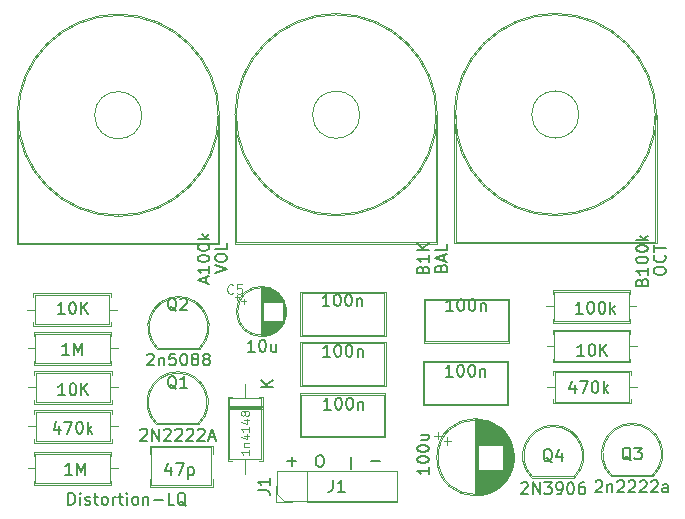
<source format=gbr>
%TF.GenerationSoftware,KiCad,Pcbnew,7.0.11+dfsg-1build4*%
%TF.CreationDate,2026-01-25T21:00:48-05:00*%
%TF.ProjectId,Distortion-02-LQ,44697374-6f72-4746-996f-6e2d30322d4c,rev?*%
%TF.SameCoordinates,Original*%
%TF.FileFunction,Legend,Top*%
%TF.FilePolarity,Positive*%
%FSLAX46Y46*%
G04 Gerber Fmt 4.6, Leading zero omitted, Abs format (unit mm)*
G04 Created by KiCad (PCBNEW 7.0.11+dfsg-1build4) date 2026-01-25 21:00:48*
%MOMM*%
%LPD*%
G01*
G04 APERTURE LIST*
%ADD10C,0.150000*%
%ADD11C,0.100000*%
%ADD12C,0.120000*%
G04 APERTURE END LIST*
D10*
X127115219Y-84954904D02*
X128115219Y-84621571D01*
X128115219Y-84621571D02*
X127115219Y-84288238D01*
X127115219Y-83764428D02*
X127115219Y-83573952D01*
X127115219Y-83573952D02*
X127162838Y-83478714D01*
X127162838Y-83478714D02*
X127258076Y-83383476D01*
X127258076Y-83383476D02*
X127448552Y-83335857D01*
X127448552Y-83335857D02*
X127781885Y-83335857D01*
X127781885Y-83335857D02*
X127972361Y-83383476D01*
X127972361Y-83383476D02*
X128067600Y-83478714D01*
X128067600Y-83478714D02*
X128115219Y-83573952D01*
X128115219Y-83573952D02*
X128115219Y-83764428D01*
X128115219Y-83764428D02*
X128067600Y-83859666D01*
X128067600Y-83859666D02*
X127972361Y-83954904D01*
X127972361Y-83954904D02*
X127781885Y-84002523D01*
X127781885Y-84002523D02*
X127448552Y-84002523D01*
X127448552Y-84002523D02*
X127258076Y-83954904D01*
X127258076Y-83954904D02*
X127162838Y-83859666D01*
X127162838Y-83859666D02*
X127115219Y-83764428D01*
X128115219Y-82431095D02*
X128115219Y-82907285D01*
X128115219Y-82907285D02*
X127115219Y-82907285D01*
X140360448Y-100835666D02*
X141122353Y-100835666D01*
X135896362Y-100369019D02*
X136086838Y-100369019D01*
X136086838Y-100369019D02*
X136182076Y-100416638D01*
X136182076Y-100416638D02*
X136277314Y-100511876D01*
X136277314Y-100511876D02*
X136324933Y-100702352D01*
X136324933Y-100702352D02*
X136324933Y-101035685D01*
X136324933Y-101035685D02*
X136277314Y-101226161D01*
X136277314Y-101226161D02*
X136182076Y-101321400D01*
X136182076Y-101321400D02*
X136086838Y-101369019D01*
X136086838Y-101369019D02*
X135896362Y-101369019D01*
X135896362Y-101369019D02*
X135801124Y-101321400D01*
X135801124Y-101321400D02*
X135705886Y-101226161D01*
X135705886Y-101226161D02*
X135658267Y-101035685D01*
X135658267Y-101035685D02*
X135658267Y-100702352D01*
X135658267Y-100702352D02*
X135705886Y-100511876D01*
X135705886Y-100511876D02*
X135801124Y-100416638D01*
X135801124Y-100416638D02*
X135896362Y-100369019D01*
X114705428Y-104569419D02*
X114705428Y-103569419D01*
X114705428Y-103569419D02*
X114943523Y-103569419D01*
X114943523Y-103569419D02*
X115086380Y-103617038D01*
X115086380Y-103617038D02*
X115181618Y-103712276D01*
X115181618Y-103712276D02*
X115229237Y-103807514D01*
X115229237Y-103807514D02*
X115276856Y-103997990D01*
X115276856Y-103997990D02*
X115276856Y-104140847D01*
X115276856Y-104140847D02*
X115229237Y-104331323D01*
X115229237Y-104331323D02*
X115181618Y-104426561D01*
X115181618Y-104426561D02*
X115086380Y-104521800D01*
X115086380Y-104521800D02*
X114943523Y-104569419D01*
X114943523Y-104569419D02*
X114705428Y-104569419D01*
X115705428Y-104569419D02*
X115705428Y-103902752D01*
X115705428Y-103569419D02*
X115657809Y-103617038D01*
X115657809Y-103617038D02*
X115705428Y-103664657D01*
X115705428Y-103664657D02*
X115753047Y-103617038D01*
X115753047Y-103617038D02*
X115705428Y-103569419D01*
X115705428Y-103569419D02*
X115705428Y-103664657D01*
X116133999Y-104521800D02*
X116229237Y-104569419D01*
X116229237Y-104569419D02*
X116419713Y-104569419D01*
X116419713Y-104569419D02*
X116514951Y-104521800D01*
X116514951Y-104521800D02*
X116562570Y-104426561D01*
X116562570Y-104426561D02*
X116562570Y-104378942D01*
X116562570Y-104378942D02*
X116514951Y-104283704D01*
X116514951Y-104283704D02*
X116419713Y-104236085D01*
X116419713Y-104236085D02*
X116276856Y-104236085D01*
X116276856Y-104236085D02*
X116181618Y-104188466D01*
X116181618Y-104188466D02*
X116133999Y-104093228D01*
X116133999Y-104093228D02*
X116133999Y-104045609D01*
X116133999Y-104045609D02*
X116181618Y-103950371D01*
X116181618Y-103950371D02*
X116276856Y-103902752D01*
X116276856Y-103902752D02*
X116419713Y-103902752D01*
X116419713Y-103902752D02*
X116514951Y-103950371D01*
X116848285Y-103902752D02*
X117229237Y-103902752D01*
X116991142Y-103569419D02*
X116991142Y-104426561D01*
X116991142Y-104426561D02*
X117038761Y-104521800D01*
X117038761Y-104521800D02*
X117133999Y-104569419D01*
X117133999Y-104569419D02*
X117229237Y-104569419D01*
X117705428Y-104569419D02*
X117610190Y-104521800D01*
X117610190Y-104521800D02*
X117562571Y-104474180D01*
X117562571Y-104474180D02*
X117514952Y-104378942D01*
X117514952Y-104378942D02*
X117514952Y-104093228D01*
X117514952Y-104093228D02*
X117562571Y-103997990D01*
X117562571Y-103997990D02*
X117610190Y-103950371D01*
X117610190Y-103950371D02*
X117705428Y-103902752D01*
X117705428Y-103902752D02*
X117848285Y-103902752D01*
X117848285Y-103902752D02*
X117943523Y-103950371D01*
X117943523Y-103950371D02*
X117991142Y-103997990D01*
X117991142Y-103997990D02*
X118038761Y-104093228D01*
X118038761Y-104093228D02*
X118038761Y-104378942D01*
X118038761Y-104378942D02*
X117991142Y-104474180D01*
X117991142Y-104474180D02*
X117943523Y-104521800D01*
X117943523Y-104521800D02*
X117848285Y-104569419D01*
X117848285Y-104569419D02*
X117705428Y-104569419D01*
X118467333Y-104569419D02*
X118467333Y-103902752D01*
X118467333Y-104093228D02*
X118514952Y-103997990D01*
X118514952Y-103997990D02*
X118562571Y-103950371D01*
X118562571Y-103950371D02*
X118657809Y-103902752D01*
X118657809Y-103902752D02*
X118753047Y-103902752D01*
X118943524Y-103902752D02*
X119324476Y-103902752D01*
X119086381Y-103569419D02*
X119086381Y-104426561D01*
X119086381Y-104426561D02*
X119134000Y-104521800D01*
X119134000Y-104521800D02*
X119229238Y-104569419D01*
X119229238Y-104569419D02*
X119324476Y-104569419D01*
X119657810Y-104569419D02*
X119657810Y-103902752D01*
X119657810Y-103569419D02*
X119610191Y-103617038D01*
X119610191Y-103617038D02*
X119657810Y-103664657D01*
X119657810Y-103664657D02*
X119705429Y-103617038D01*
X119705429Y-103617038D02*
X119657810Y-103569419D01*
X119657810Y-103569419D02*
X119657810Y-103664657D01*
X120276857Y-104569419D02*
X120181619Y-104521800D01*
X120181619Y-104521800D02*
X120134000Y-104474180D01*
X120134000Y-104474180D02*
X120086381Y-104378942D01*
X120086381Y-104378942D02*
X120086381Y-104093228D01*
X120086381Y-104093228D02*
X120134000Y-103997990D01*
X120134000Y-103997990D02*
X120181619Y-103950371D01*
X120181619Y-103950371D02*
X120276857Y-103902752D01*
X120276857Y-103902752D02*
X120419714Y-103902752D01*
X120419714Y-103902752D02*
X120514952Y-103950371D01*
X120514952Y-103950371D02*
X120562571Y-103997990D01*
X120562571Y-103997990D02*
X120610190Y-104093228D01*
X120610190Y-104093228D02*
X120610190Y-104378942D01*
X120610190Y-104378942D02*
X120562571Y-104474180D01*
X120562571Y-104474180D02*
X120514952Y-104521800D01*
X120514952Y-104521800D02*
X120419714Y-104569419D01*
X120419714Y-104569419D02*
X120276857Y-104569419D01*
X121038762Y-103902752D02*
X121038762Y-104569419D01*
X121038762Y-103997990D02*
X121086381Y-103950371D01*
X121086381Y-103950371D02*
X121181619Y-103902752D01*
X121181619Y-103902752D02*
X121324476Y-103902752D01*
X121324476Y-103902752D02*
X121419714Y-103950371D01*
X121419714Y-103950371D02*
X121467333Y-104045609D01*
X121467333Y-104045609D02*
X121467333Y-104569419D01*
X121943524Y-104188466D02*
X122705429Y-104188466D01*
X123657809Y-104569419D02*
X123181619Y-104569419D01*
X123181619Y-104569419D02*
X123181619Y-103569419D01*
X124657809Y-104664657D02*
X124562571Y-104617038D01*
X124562571Y-104617038D02*
X124467333Y-104521800D01*
X124467333Y-104521800D02*
X124324476Y-104378942D01*
X124324476Y-104378942D02*
X124229238Y-104331323D01*
X124229238Y-104331323D02*
X124134000Y-104331323D01*
X124181619Y-104569419D02*
X124086381Y-104521800D01*
X124086381Y-104521800D02*
X123991143Y-104426561D01*
X123991143Y-104426561D02*
X123943524Y-104236085D01*
X123943524Y-104236085D02*
X123943524Y-103902752D01*
X123943524Y-103902752D02*
X123991143Y-103712276D01*
X123991143Y-103712276D02*
X124086381Y-103617038D01*
X124086381Y-103617038D02*
X124181619Y-103569419D01*
X124181619Y-103569419D02*
X124372095Y-103569419D01*
X124372095Y-103569419D02*
X124467333Y-103617038D01*
X124467333Y-103617038D02*
X124562571Y-103712276D01*
X124562571Y-103712276D02*
X124610190Y-103902752D01*
X124610190Y-103902752D02*
X124610190Y-104236085D01*
X124610190Y-104236085D02*
X124562571Y-104426561D01*
X124562571Y-104426561D02*
X124467333Y-104521800D01*
X124467333Y-104521800D02*
X124372095Y-104569419D01*
X124372095Y-104569419D02*
X124181619Y-104569419D01*
X133223048Y-100886466D02*
X133984953Y-100886466D01*
X133604000Y-101267419D02*
X133604000Y-100505514D01*
X138607800Y-101572219D02*
X138607800Y-100572219D01*
X164275419Y-84872390D02*
X164275419Y-84681914D01*
X164275419Y-84681914D02*
X164323038Y-84586676D01*
X164323038Y-84586676D02*
X164418276Y-84491438D01*
X164418276Y-84491438D02*
X164608752Y-84443819D01*
X164608752Y-84443819D02*
X164942085Y-84443819D01*
X164942085Y-84443819D02*
X165132561Y-84491438D01*
X165132561Y-84491438D02*
X165227800Y-84586676D01*
X165227800Y-84586676D02*
X165275419Y-84681914D01*
X165275419Y-84681914D02*
X165275419Y-84872390D01*
X165275419Y-84872390D02*
X165227800Y-84967628D01*
X165227800Y-84967628D02*
X165132561Y-85062866D01*
X165132561Y-85062866D02*
X164942085Y-85110485D01*
X164942085Y-85110485D02*
X164608752Y-85110485D01*
X164608752Y-85110485D02*
X164418276Y-85062866D01*
X164418276Y-85062866D02*
X164323038Y-84967628D01*
X164323038Y-84967628D02*
X164275419Y-84872390D01*
X165180180Y-83443819D02*
X165227800Y-83491438D01*
X165227800Y-83491438D02*
X165275419Y-83634295D01*
X165275419Y-83634295D02*
X165275419Y-83729533D01*
X165275419Y-83729533D02*
X165227800Y-83872390D01*
X165227800Y-83872390D02*
X165132561Y-83967628D01*
X165132561Y-83967628D02*
X165037323Y-84015247D01*
X165037323Y-84015247D02*
X164846847Y-84062866D01*
X164846847Y-84062866D02*
X164703990Y-84062866D01*
X164703990Y-84062866D02*
X164513514Y-84015247D01*
X164513514Y-84015247D02*
X164418276Y-83967628D01*
X164418276Y-83967628D02*
X164323038Y-83872390D01*
X164323038Y-83872390D02*
X164275419Y-83729533D01*
X164275419Y-83729533D02*
X164275419Y-83634295D01*
X164275419Y-83634295D02*
X164323038Y-83491438D01*
X164323038Y-83491438D02*
X164370657Y-83443819D01*
X164275419Y-83158104D02*
X164275419Y-82586676D01*
X165275419Y-82872390D02*
X164275419Y-82872390D01*
X146260409Y-84531104D02*
X146308028Y-84388247D01*
X146308028Y-84388247D02*
X146355647Y-84340628D01*
X146355647Y-84340628D02*
X146450885Y-84293009D01*
X146450885Y-84293009D02*
X146593742Y-84293009D01*
X146593742Y-84293009D02*
X146688980Y-84340628D01*
X146688980Y-84340628D02*
X146736600Y-84388247D01*
X146736600Y-84388247D02*
X146784219Y-84483485D01*
X146784219Y-84483485D02*
X146784219Y-84864437D01*
X146784219Y-84864437D02*
X145784219Y-84864437D01*
X145784219Y-84864437D02*
X145784219Y-84531104D01*
X145784219Y-84531104D02*
X145831838Y-84435866D01*
X145831838Y-84435866D02*
X145879457Y-84388247D01*
X145879457Y-84388247D02*
X145974695Y-84340628D01*
X145974695Y-84340628D02*
X146069933Y-84340628D01*
X146069933Y-84340628D02*
X146165171Y-84388247D01*
X146165171Y-84388247D02*
X146212790Y-84435866D01*
X146212790Y-84435866D02*
X146260409Y-84531104D01*
X146260409Y-84531104D02*
X146260409Y-84864437D01*
X146498504Y-83912056D02*
X146498504Y-83435866D01*
X146784219Y-84007294D02*
X145784219Y-83673961D01*
X145784219Y-83673961D02*
X146784219Y-83340628D01*
X146784219Y-82531104D02*
X146784219Y-83007294D01*
X146784219Y-83007294D02*
X145784219Y-83007294D01*
X126356304Y-85815228D02*
X126356304Y-85339038D01*
X126642019Y-85910466D02*
X125642019Y-85577133D01*
X125642019Y-85577133D02*
X126642019Y-85243800D01*
X126642019Y-84386657D02*
X126642019Y-84958085D01*
X126642019Y-84672371D02*
X125642019Y-84672371D01*
X125642019Y-84672371D02*
X125784876Y-84767609D01*
X125784876Y-84767609D02*
X125880114Y-84862847D01*
X125880114Y-84862847D02*
X125927733Y-84958085D01*
X125642019Y-83767609D02*
X125642019Y-83672371D01*
X125642019Y-83672371D02*
X125689638Y-83577133D01*
X125689638Y-83577133D02*
X125737257Y-83529514D01*
X125737257Y-83529514D02*
X125832495Y-83481895D01*
X125832495Y-83481895D02*
X126022971Y-83434276D01*
X126022971Y-83434276D02*
X126261066Y-83434276D01*
X126261066Y-83434276D02*
X126451542Y-83481895D01*
X126451542Y-83481895D02*
X126546780Y-83529514D01*
X126546780Y-83529514D02*
X126594400Y-83577133D01*
X126594400Y-83577133D02*
X126642019Y-83672371D01*
X126642019Y-83672371D02*
X126642019Y-83767609D01*
X126642019Y-83767609D02*
X126594400Y-83862847D01*
X126594400Y-83862847D02*
X126546780Y-83910466D01*
X126546780Y-83910466D02*
X126451542Y-83958085D01*
X126451542Y-83958085D02*
X126261066Y-84005704D01*
X126261066Y-84005704D02*
X126022971Y-84005704D01*
X126022971Y-84005704D02*
X125832495Y-83958085D01*
X125832495Y-83958085D02*
X125737257Y-83910466D01*
X125737257Y-83910466D02*
X125689638Y-83862847D01*
X125689638Y-83862847D02*
X125642019Y-83767609D01*
X125642019Y-82815228D02*
X125642019Y-82719990D01*
X125642019Y-82719990D02*
X125689638Y-82624752D01*
X125689638Y-82624752D02*
X125737257Y-82577133D01*
X125737257Y-82577133D02*
X125832495Y-82529514D01*
X125832495Y-82529514D02*
X126022971Y-82481895D01*
X126022971Y-82481895D02*
X126261066Y-82481895D01*
X126261066Y-82481895D02*
X126451542Y-82529514D01*
X126451542Y-82529514D02*
X126546780Y-82577133D01*
X126546780Y-82577133D02*
X126594400Y-82624752D01*
X126594400Y-82624752D02*
X126642019Y-82719990D01*
X126642019Y-82719990D02*
X126642019Y-82815228D01*
X126642019Y-82815228D02*
X126594400Y-82910466D01*
X126594400Y-82910466D02*
X126546780Y-82958085D01*
X126546780Y-82958085D02*
X126451542Y-83005704D01*
X126451542Y-83005704D02*
X126261066Y-83053323D01*
X126261066Y-83053323D02*
X126022971Y-83053323D01*
X126022971Y-83053323D02*
X125832495Y-83005704D01*
X125832495Y-83005704D02*
X125737257Y-82958085D01*
X125737257Y-82958085D02*
X125689638Y-82910466D01*
X125689638Y-82910466D02*
X125642019Y-82815228D01*
X126642019Y-82053323D02*
X125642019Y-82053323D01*
X126261066Y-81958085D02*
X126642019Y-81672371D01*
X125975352Y-81672371D02*
X126356304Y-82053323D01*
X145234819Y-101423647D02*
X145234819Y-101995075D01*
X145234819Y-101709361D02*
X144234819Y-101709361D01*
X144234819Y-101709361D02*
X144377676Y-101804599D01*
X144377676Y-101804599D02*
X144472914Y-101899837D01*
X144472914Y-101899837D02*
X144520533Y-101995075D01*
X144234819Y-100804599D02*
X144234819Y-100709361D01*
X144234819Y-100709361D02*
X144282438Y-100614123D01*
X144282438Y-100614123D02*
X144330057Y-100566504D01*
X144330057Y-100566504D02*
X144425295Y-100518885D01*
X144425295Y-100518885D02*
X144615771Y-100471266D01*
X144615771Y-100471266D02*
X144853866Y-100471266D01*
X144853866Y-100471266D02*
X145044342Y-100518885D01*
X145044342Y-100518885D02*
X145139580Y-100566504D01*
X145139580Y-100566504D02*
X145187200Y-100614123D01*
X145187200Y-100614123D02*
X145234819Y-100709361D01*
X145234819Y-100709361D02*
X145234819Y-100804599D01*
X145234819Y-100804599D02*
X145187200Y-100899837D01*
X145187200Y-100899837D02*
X145139580Y-100947456D01*
X145139580Y-100947456D02*
X145044342Y-100995075D01*
X145044342Y-100995075D02*
X144853866Y-101042694D01*
X144853866Y-101042694D02*
X144615771Y-101042694D01*
X144615771Y-101042694D02*
X144425295Y-100995075D01*
X144425295Y-100995075D02*
X144330057Y-100947456D01*
X144330057Y-100947456D02*
X144282438Y-100899837D01*
X144282438Y-100899837D02*
X144234819Y-100804599D01*
X144234819Y-99852218D02*
X144234819Y-99756980D01*
X144234819Y-99756980D02*
X144282438Y-99661742D01*
X144282438Y-99661742D02*
X144330057Y-99614123D01*
X144330057Y-99614123D02*
X144425295Y-99566504D01*
X144425295Y-99566504D02*
X144615771Y-99518885D01*
X144615771Y-99518885D02*
X144853866Y-99518885D01*
X144853866Y-99518885D02*
X145044342Y-99566504D01*
X145044342Y-99566504D02*
X145139580Y-99614123D01*
X145139580Y-99614123D02*
X145187200Y-99661742D01*
X145187200Y-99661742D02*
X145234819Y-99756980D01*
X145234819Y-99756980D02*
X145234819Y-99852218D01*
X145234819Y-99852218D02*
X145187200Y-99947456D01*
X145187200Y-99947456D02*
X145139580Y-99995075D01*
X145139580Y-99995075D02*
X145044342Y-100042694D01*
X145044342Y-100042694D02*
X144853866Y-100090313D01*
X144853866Y-100090313D02*
X144615771Y-100090313D01*
X144615771Y-100090313D02*
X144425295Y-100042694D01*
X144425295Y-100042694D02*
X144330057Y-99995075D01*
X144330057Y-99995075D02*
X144282438Y-99947456D01*
X144282438Y-99947456D02*
X144234819Y-99852218D01*
X144568152Y-98661742D02*
X145234819Y-98661742D01*
X144568152Y-99090313D02*
X145091961Y-99090313D01*
X145091961Y-99090313D02*
X145187200Y-99042694D01*
X145187200Y-99042694D02*
X145234819Y-98947456D01*
X145234819Y-98947456D02*
X145234819Y-98804599D01*
X145234819Y-98804599D02*
X145187200Y-98709361D01*
X145187200Y-98709361D02*
X145139580Y-98661742D01*
X136853752Y-92047219D02*
X136282324Y-92047219D01*
X136568038Y-92047219D02*
X136568038Y-91047219D01*
X136568038Y-91047219D02*
X136472800Y-91190076D01*
X136472800Y-91190076D02*
X136377562Y-91285314D01*
X136377562Y-91285314D02*
X136282324Y-91332933D01*
X137472800Y-91047219D02*
X137568038Y-91047219D01*
X137568038Y-91047219D02*
X137663276Y-91094838D01*
X137663276Y-91094838D02*
X137710895Y-91142457D01*
X137710895Y-91142457D02*
X137758514Y-91237695D01*
X137758514Y-91237695D02*
X137806133Y-91428171D01*
X137806133Y-91428171D02*
X137806133Y-91666266D01*
X137806133Y-91666266D02*
X137758514Y-91856742D01*
X137758514Y-91856742D02*
X137710895Y-91951980D01*
X137710895Y-91951980D02*
X137663276Y-91999600D01*
X137663276Y-91999600D02*
X137568038Y-92047219D01*
X137568038Y-92047219D02*
X137472800Y-92047219D01*
X137472800Y-92047219D02*
X137377562Y-91999600D01*
X137377562Y-91999600D02*
X137329943Y-91951980D01*
X137329943Y-91951980D02*
X137282324Y-91856742D01*
X137282324Y-91856742D02*
X137234705Y-91666266D01*
X137234705Y-91666266D02*
X137234705Y-91428171D01*
X137234705Y-91428171D02*
X137282324Y-91237695D01*
X137282324Y-91237695D02*
X137329943Y-91142457D01*
X137329943Y-91142457D02*
X137377562Y-91094838D01*
X137377562Y-91094838D02*
X137472800Y-91047219D01*
X138425181Y-91047219D02*
X138520419Y-91047219D01*
X138520419Y-91047219D02*
X138615657Y-91094838D01*
X138615657Y-91094838D02*
X138663276Y-91142457D01*
X138663276Y-91142457D02*
X138710895Y-91237695D01*
X138710895Y-91237695D02*
X138758514Y-91428171D01*
X138758514Y-91428171D02*
X138758514Y-91666266D01*
X138758514Y-91666266D02*
X138710895Y-91856742D01*
X138710895Y-91856742D02*
X138663276Y-91951980D01*
X138663276Y-91951980D02*
X138615657Y-91999600D01*
X138615657Y-91999600D02*
X138520419Y-92047219D01*
X138520419Y-92047219D02*
X138425181Y-92047219D01*
X138425181Y-92047219D02*
X138329943Y-91999600D01*
X138329943Y-91999600D02*
X138282324Y-91951980D01*
X138282324Y-91951980D02*
X138234705Y-91856742D01*
X138234705Y-91856742D02*
X138187086Y-91666266D01*
X138187086Y-91666266D02*
X138187086Y-91428171D01*
X138187086Y-91428171D02*
X138234705Y-91237695D01*
X138234705Y-91237695D02*
X138282324Y-91142457D01*
X138282324Y-91142457D02*
X138329943Y-91094838D01*
X138329943Y-91094838D02*
X138425181Y-91047219D01*
X139187086Y-91380552D02*
X139187086Y-92047219D01*
X139187086Y-91475790D02*
X139234705Y-91428171D01*
X139234705Y-91428171D02*
X139329943Y-91380552D01*
X139329943Y-91380552D02*
X139472800Y-91380552D01*
X139472800Y-91380552D02*
X139568038Y-91428171D01*
X139568038Y-91428171D02*
X139615657Y-91523409D01*
X139615657Y-91523409D02*
X139615657Y-92047219D01*
X123366304Y-101413552D02*
X123366304Y-102080219D01*
X123128209Y-101032600D02*
X122890114Y-101746885D01*
X122890114Y-101746885D02*
X123509161Y-101746885D01*
X123794876Y-101080219D02*
X124461542Y-101080219D01*
X124461542Y-101080219D02*
X124032971Y-102080219D01*
X124842495Y-101413552D02*
X124842495Y-102413552D01*
X124842495Y-101461171D02*
X124937733Y-101413552D01*
X124937733Y-101413552D02*
X125128209Y-101413552D01*
X125128209Y-101413552D02*
X125223447Y-101461171D01*
X125223447Y-101461171D02*
X125271066Y-101508790D01*
X125271066Y-101508790D02*
X125318685Y-101604028D01*
X125318685Y-101604028D02*
X125318685Y-101889742D01*
X125318685Y-101889742D02*
X125271066Y-101984980D01*
X125271066Y-101984980D02*
X125223447Y-102032600D01*
X125223447Y-102032600D02*
X125128209Y-102080219D01*
X125128209Y-102080219D02*
X124937733Y-102080219D01*
X124937733Y-102080219D02*
X124842495Y-102032600D01*
X113920733Y-97882952D02*
X113920733Y-98549619D01*
X113682638Y-97502000D02*
X113444543Y-98216285D01*
X113444543Y-98216285D02*
X114063590Y-98216285D01*
X114349305Y-97549619D02*
X115015971Y-97549619D01*
X115015971Y-97549619D02*
X114587400Y-98549619D01*
X115587400Y-97549619D02*
X115682638Y-97549619D01*
X115682638Y-97549619D02*
X115777876Y-97597238D01*
X115777876Y-97597238D02*
X115825495Y-97644857D01*
X115825495Y-97644857D02*
X115873114Y-97740095D01*
X115873114Y-97740095D02*
X115920733Y-97930571D01*
X115920733Y-97930571D02*
X115920733Y-98168666D01*
X115920733Y-98168666D02*
X115873114Y-98359142D01*
X115873114Y-98359142D02*
X115825495Y-98454380D01*
X115825495Y-98454380D02*
X115777876Y-98502000D01*
X115777876Y-98502000D02*
X115682638Y-98549619D01*
X115682638Y-98549619D02*
X115587400Y-98549619D01*
X115587400Y-98549619D02*
X115492162Y-98502000D01*
X115492162Y-98502000D02*
X115444543Y-98454380D01*
X115444543Y-98454380D02*
X115396924Y-98359142D01*
X115396924Y-98359142D02*
X115349305Y-98168666D01*
X115349305Y-98168666D02*
X115349305Y-97930571D01*
X115349305Y-97930571D02*
X115396924Y-97740095D01*
X115396924Y-97740095D02*
X115444543Y-97644857D01*
X115444543Y-97644857D02*
X115492162Y-97597238D01*
X115492162Y-97597238D02*
X115587400Y-97549619D01*
X116349305Y-98549619D02*
X116349305Y-97549619D01*
X116444543Y-98168666D02*
X116730257Y-98549619D01*
X116730257Y-97882952D02*
X116349305Y-98263904D01*
D11*
X130018633Y-99950000D02*
X130018633Y-100350000D01*
X130018633Y-100150000D02*
X129318633Y-100150000D01*
X129318633Y-100150000D02*
X129418633Y-100216667D01*
X129418633Y-100216667D02*
X129485300Y-100283334D01*
X129485300Y-100283334D02*
X129518633Y-100350000D01*
X129551966Y-99650000D02*
X130018633Y-99650000D01*
X129618633Y-99650000D02*
X129585300Y-99616667D01*
X129585300Y-99616667D02*
X129551966Y-99550000D01*
X129551966Y-99550000D02*
X129551966Y-99450000D01*
X129551966Y-99450000D02*
X129585300Y-99383333D01*
X129585300Y-99383333D02*
X129651966Y-99350000D01*
X129651966Y-99350000D02*
X130018633Y-99350000D01*
X129551966Y-98716667D02*
X130018633Y-98716667D01*
X129285300Y-98883334D02*
X129785300Y-99050000D01*
X129785300Y-99050000D02*
X129785300Y-98616667D01*
X130018633Y-97983333D02*
X130018633Y-98383333D01*
X130018633Y-98183333D02*
X129318633Y-98183333D01*
X129318633Y-98183333D02*
X129418633Y-98250000D01*
X129418633Y-98250000D02*
X129485300Y-98316667D01*
X129485300Y-98316667D02*
X129518633Y-98383333D01*
X129551966Y-97383333D02*
X130018633Y-97383333D01*
X129285300Y-97550000D02*
X129785300Y-97716666D01*
X129785300Y-97716666D02*
X129785300Y-97283333D01*
X129618633Y-96916666D02*
X129585300Y-96983333D01*
X129585300Y-96983333D02*
X129551966Y-97016666D01*
X129551966Y-97016666D02*
X129485300Y-97049999D01*
X129485300Y-97049999D02*
X129451966Y-97049999D01*
X129451966Y-97049999D02*
X129385300Y-97016666D01*
X129385300Y-97016666D02*
X129351966Y-96983333D01*
X129351966Y-96983333D02*
X129318633Y-96916666D01*
X129318633Y-96916666D02*
X129318633Y-96783333D01*
X129318633Y-96783333D02*
X129351966Y-96716666D01*
X129351966Y-96716666D02*
X129385300Y-96683333D01*
X129385300Y-96683333D02*
X129451966Y-96649999D01*
X129451966Y-96649999D02*
X129485300Y-96649999D01*
X129485300Y-96649999D02*
X129551966Y-96683333D01*
X129551966Y-96683333D02*
X129585300Y-96716666D01*
X129585300Y-96716666D02*
X129618633Y-96783333D01*
X129618633Y-96783333D02*
X129618633Y-96916666D01*
X129618633Y-96916666D02*
X129651966Y-96983333D01*
X129651966Y-96983333D02*
X129685300Y-97016666D01*
X129685300Y-97016666D02*
X129751966Y-97049999D01*
X129751966Y-97049999D02*
X129885300Y-97049999D01*
X129885300Y-97049999D02*
X129951966Y-97016666D01*
X129951966Y-97016666D02*
X129985300Y-96983333D01*
X129985300Y-96983333D02*
X130018633Y-96916666D01*
X130018633Y-96916666D02*
X130018633Y-96783333D01*
X130018633Y-96783333D02*
X129985300Y-96716666D01*
X129985300Y-96716666D02*
X129951966Y-96683333D01*
X129951966Y-96683333D02*
X129885300Y-96649999D01*
X129885300Y-96649999D02*
X129751966Y-96649999D01*
X129751966Y-96649999D02*
X129685300Y-96683333D01*
X129685300Y-96683333D02*
X129651966Y-96716666D01*
X129651966Y-96716666D02*
X129618633Y-96783333D01*
D10*
X132047219Y-94597504D02*
X131047219Y-94597504D01*
X132047219Y-94026076D02*
X131475790Y-94454647D01*
X131047219Y-94026076D02*
X131618647Y-94597504D01*
X132047219Y-94597504D02*
X131047219Y-94597504D01*
X132047219Y-94026076D02*
X131475790Y-94454647D01*
X131047219Y-94026076D02*
X131618647Y-94597504D01*
X114776285Y-91894819D02*
X114204857Y-91894819D01*
X114490571Y-91894819D02*
X114490571Y-90894819D01*
X114490571Y-90894819D02*
X114395333Y-91037676D01*
X114395333Y-91037676D02*
X114300095Y-91132914D01*
X114300095Y-91132914D02*
X114204857Y-91180533D01*
X115204857Y-91894819D02*
X115204857Y-90894819D01*
X115204857Y-90894819D02*
X115538190Y-91609104D01*
X115538190Y-91609104D02*
X115871523Y-90894819D01*
X115871523Y-90894819D02*
X115871523Y-91894819D01*
X158262771Y-88389619D02*
X157691343Y-88389619D01*
X157977057Y-88389619D02*
X157977057Y-87389619D01*
X157977057Y-87389619D02*
X157881819Y-87532476D01*
X157881819Y-87532476D02*
X157786581Y-87627714D01*
X157786581Y-87627714D02*
X157691343Y-87675333D01*
X158881819Y-87389619D02*
X158977057Y-87389619D01*
X158977057Y-87389619D02*
X159072295Y-87437238D01*
X159072295Y-87437238D02*
X159119914Y-87484857D01*
X159119914Y-87484857D02*
X159167533Y-87580095D01*
X159167533Y-87580095D02*
X159215152Y-87770571D01*
X159215152Y-87770571D02*
X159215152Y-88008666D01*
X159215152Y-88008666D02*
X159167533Y-88199142D01*
X159167533Y-88199142D02*
X159119914Y-88294380D01*
X159119914Y-88294380D02*
X159072295Y-88342000D01*
X159072295Y-88342000D02*
X158977057Y-88389619D01*
X158977057Y-88389619D02*
X158881819Y-88389619D01*
X158881819Y-88389619D02*
X158786581Y-88342000D01*
X158786581Y-88342000D02*
X158738962Y-88294380D01*
X158738962Y-88294380D02*
X158691343Y-88199142D01*
X158691343Y-88199142D02*
X158643724Y-88008666D01*
X158643724Y-88008666D02*
X158643724Y-87770571D01*
X158643724Y-87770571D02*
X158691343Y-87580095D01*
X158691343Y-87580095D02*
X158738962Y-87484857D01*
X158738962Y-87484857D02*
X158786581Y-87437238D01*
X158786581Y-87437238D02*
X158881819Y-87389619D01*
X159834200Y-87389619D02*
X159929438Y-87389619D01*
X159929438Y-87389619D02*
X160024676Y-87437238D01*
X160024676Y-87437238D02*
X160072295Y-87484857D01*
X160072295Y-87484857D02*
X160119914Y-87580095D01*
X160119914Y-87580095D02*
X160167533Y-87770571D01*
X160167533Y-87770571D02*
X160167533Y-88008666D01*
X160167533Y-88008666D02*
X160119914Y-88199142D01*
X160119914Y-88199142D02*
X160072295Y-88294380D01*
X160072295Y-88294380D02*
X160024676Y-88342000D01*
X160024676Y-88342000D02*
X159929438Y-88389619D01*
X159929438Y-88389619D02*
X159834200Y-88389619D01*
X159834200Y-88389619D02*
X159738962Y-88342000D01*
X159738962Y-88342000D02*
X159691343Y-88294380D01*
X159691343Y-88294380D02*
X159643724Y-88199142D01*
X159643724Y-88199142D02*
X159596105Y-88008666D01*
X159596105Y-88008666D02*
X159596105Y-87770571D01*
X159596105Y-87770571D02*
X159643724Y-87580095D01*
X159643724Y-87580095D02*
X159691343Y-87484857D01*
X159691343Y-87484857D02*
X159738962Y-87437238D01*
X159738962Y-87437238D02*
X159834200Y-87389619D01*
X160596105Y-88389619D02*
X160596105Y-87389619D01*
X160691343Y-88008666D02*
X160977057Y-88389619D01*
X160977057Y-87722952D02*
X160596105Y-88103904D01*
X157583333Y-94453952D02*
X157583333Y-95120619D01*
X157345238Y-94073000D02*
X157107143Y-94787285D01*
X157107143Y-94787285D02*
X157726190Y-94787285D01*
X158011905Y-94120619D02*
X158678571Y-94120619D01*
X158678571Y-94120619D02*
X158250000Y-95120619D01*
X159250000Y-94120619D02*
X159345238Y-94120619D01*
X159345238Y-94120619D02*
X159440476Y-94168238D01*
X159440476Y-94168238D02*
X159488095Y-94215857D01*
X159488095Y-94215857D02*
X159535714Y-94311095D01*
X159535714Y-94311095D02*
X159583333Y-94501571D01*
X159583333Y-94501571D02*
X159583333Y-94739666D01*
X159583333Y-94739666D02*
X159535714Y-94930142D01*
X159535714Y-94930142D02*
X159488095Y-95025380D01*
X159488095Y-95025380D02*
X159440476Y-95073000D01*
X159440476Y-95073000D02*
X159345238Y-95120619D01*
X159345238Y-95120619D02*
X159250000Y-95120619D01*
X159250000Y-95120619D02*
X159154762Y-95073000D01*
X159154762Y-95073000D02*
X159107143Y-95025380D01*
X159107143Y-95025380D02*
X159059524Y-94930142D01*
X159059524Y-94930142D02*
X159011905Y-94739666D01*
X159011905Y-94739666D02*
X159011905Y-94501571D01*
X159011905Y-94501571D02*
X159059524Y-94311095D01*
X159059524Y-94311095D02*
X159107143Y-94215857D01*
X159107143Y-94215857D02*
X159154762Y-94168238D01*
X159154762Y-94168238D02*
X159250000Y-94120619D01*
X160011905Y-95120619D02*
X160011905Y-94120619D01*
X160107143Y-94739666D02*
X160392857Y-95120619D01*
X160392857Y-94453952D02*
X160011905Y-94834904D01*
X130738819Y-103355733D02*
X131453104Y-103355733D01*
X131453104Y-103355733D02*
X131595961Y-103403352D01*
X131595961Y-103403352D02*
X131691200Y-103498590D01*
X131691200Y-103498590D02*
X131738819Y-103641447D01*
X131738819Y-103641447D02*
X131738819Y-103736685D01*
X131738819Y-102355733D02*
X131738819Y-102927161D01*
X131738819Y-102641447D02*
X130738819Y-102641447D01*
X130738819Y-102641447D02*
X130881676Y-102736685D01*
X130881676Y-102736685D02*
X130976914Y-102831923D01*
X130976914Y-102831923D02*
X131024533Y-102927161D01*
X137090666Y-102477219D02*
X137090666Y-103191504D01*
X137090666Y-103191504D02*
X137043047Y-103334361D01*
X137043047Y-103334361D02*
X136947809Y-103429600D01*
X136947809Y-103429600D02*
X136804952Y-103477219D01*
X136804952Y-103477219D02*
X136709714Y-103477219D01*
X138090666Y-103477219D02*
X137519238Y-103477219D01*
X137804952Y-103477219D02*
X137804952Y-102477219D01*
X137804952Y-102477219D02*
X137709714Y-102620076D01*
X137709714Y-102620076D02*
X137614476Y-102715314D01*
X137614476Y-102715314D02*
X137519238Y-102762933D01*
X158364323Y-91971019D02*
X157792895Y-91971019D01*
X158078609Y-91971019D02*
X158078609Y-90971019D01*
X158078609Y-90971019D02*
X157983371Y-91113876D01*
X157983371Y-91113876D02*
X157888133Y-91209114D01*
X157888133Y-91209114D02*
X157792895Y-91256733D01*
X158983371Y-90971019D02*
X159078609Y-90971019D01*
X159078609Y-90971019D02*
X159173847Y-91018638D01*
X159173847Y-91018638D02*
X159221466Y-91066257D01*
X159221466Y-91066257D02*
X159269085Y-91161495D01*
X159269085Y-91161495D02*
X159316704Y-91351971D01*
X159316704Y-91351971D02*
X159316704Y-91590066D01*
X159316704Y-91590066D02*
X159269085Y-91780542D01*
X159269085Y-91780542D02*
X159221466Y-91875780D01*
X159221466Y-91875780D02*
X159173847Y-91923400D01*
X159173847Y-91923400D02*
X159078609Y-91971019D01*
X159078609Y-91971019D02*
X158983371Y-91971019D01*
X158983371Y-91971019D02*
X158888133Y-91923400D01*
X158888133Y-91923400D02*
X158840514Y-91875780D01*
X158840514Y-91875780D02*
X158792895Y-91780542D01*
X158792895Y-91780542D02*
X158745276Y-91590066D01*
X158745276Y-91590066D02*
X158745276Y-91351971D01*
X158745276Y-91351971D02*
X158792895Y-91161495D01*
X158792895Y-91161495D02*
X158840514Y-91066257D01*
X158840514Y-91066257D02*
X158888133Y-91018638D01*
X158888133Y-91018638D02*
X158983371Y-90971019D01*
X159745276Y-91971019D02*
X159745276Y-90971019D01*
X160316704Y-91971019D02*
X159888133Y-91399590D01*
X160316704Y-90971019D02*
X159745276Y-91542447D01*
X144711009Y-84648561D02*
X144758628Y-84505704D01*
X144758628Y-84505704D02*
X144806247Y-84458085D01*
X144806247Y-84458085D02*
X144901485Y-84410466D01*
X144901485Y-84410466D02*
X145044342Y-84410466D01*
X145044342Y-84410466D02*
X145139580Y-84458085D01*
X145139580Y-84458085D02*
X145187200Y-84505704D01*
X145187200Y-84505704D02*
X145234819Y-84600942D01*
X145234819Y-84600942D02*
X145234819Y-84981894D01*
X145234819Y-84981894D02*
X144234819Y-84981894D01*
X144234819Y-84981894D02*
X144234819Y-84648561D01*
X144234819Y-84648561D02*
X144282438Y-84553323D01*
X144282438Y-84553323D02*
X144330057Y-84505704D01*
X144330057Y-84505704D02*
X144425295Y-84458085D01*
X144425295Y-84458085D02*
X144520533Y-84458085D01*
X144520533Y-84458085D02*
X144615771Y-84505704D01*
X144615771Y-84505704D02*
X144663390Y-84553323D01*
X144663390Y-84553323D02*
X144711009Y-84648561D01*
X144711009Y-84648561D02*
X144711009Y-84981894D01*
X145234819Y-83458085D02*
X145234819Y-84029513D01*
X145234819Y-83743799D02*
X144234819Y-83743799D01*
X144234819Y-83743799D02*
X144377676Y-83839037D01*
X144377676Y-83839037D02*
X144472914Y-83934275D01*
X144472914Y-83934275D02*
X144520533Y-84029513D01*
X145234819Y-83029513D02*
X144234819Y-83029513D01*
X145234819Y-82458085D02*
X144663390Y-82886656D01*
X144234819Y-82458085D02*
X144806247Y-83029513D01*
X163253009Y-85708904D02*
X163300628Y-85566047D01*
X163300628Y-85566047D02*
X163348247Y-85518428D01*
X163348247Y-85518428D02*
X163443485Y-85470809D01*
X163443485Y-85470809D02*
X163586342Y-85470809D01*
X163586342Y-85470809D02*
X163681580Y-85518428D01*
X163681580Y-85518428D02*
X163729200Y-85566047D01*
X163729200Y-85566047D02*
X163776819Y-85661285D01*
X163776819Y-85661285D02*
X163776819Y-86042237D01*
X163776819Y-86042237D02*
X162776819Y-86042237D01*
X162776819Y-86042237D02*
X162776819Y-85708904D01*
X162776819Y-85708904D02*
X162824438Y-85613666D01*
X162824438Y-85613666D02*
X162872057Y-85566047D01*
X162872057Y-85566047D02*
X162967295Y-85518428D01*
X162967295Y-85518428D02*
X163062533Y-85518428D01*
X163062533Y-85518428D02*
X163157771Y-85566047D01*
X163157771Y-85566047D02*
X163205390Y-85613666D01*
X163205390Y-85613666D02*
X163253009Y-85708904D01*
X163253009Y-85708904D02*
X163253009Y-86042237D01*
X163776819Y-84518428D02*
X163776819Y-85089856D01*
X163776819Y-84804142D02*
X162776819Y-84804142D01*
X162776819Y-84804142D02*
X162919676Y-84899380D01*
X162919676Y-84899380D02*
X163014914Y-84994618D01*
X163014914Y-84994618D02*
X163062533Y-85089856D01*
X162776819Y-83899380D02*
X162776819Y-83804142D01*
X162776819Y-83804142D02*
X162824438Y-83708904D01*
X162824438Y-83708904D02*
X162872057Y-83661285D01*
X162872057Y-83661285D02*
X162967295Y-83613666D01*
X162967295Y-83613666D02*
X163157771Y-83566047D01*
X163157771Y-83566047D02*
X163395866Y-83566047D01*
X163395866Y-83566047D02*
X163586342Y-83613666D01*
X163586342Y-83613666D02*
X163681580Y-83661285D01*
X163681580Y-83661285D02*
X163729200Y-83708904D01*
X163729200Y-83708904D02*
X163776819Y-83804142D01*
X163776819Y-83804142D02*
X163776819Y-83899380D01*
X163776819Y-83899380D02*
X163729200Y-83994618D01*
X163729200Y-83994618D02*
X163681580Y-84042237D01*
X163681580Y-84042237D02*
X163586342Y-84089856D01*
X163586342Y-84089856D02*
X163395866Y-84137475D01*
X163395866Y-84137475D02*
X163157771Y-84137475D01*
X163157771Y-84137475D02*
X162967295Y-84089856D01*
X162967295Y-84089856D02*
X162872057Y-84042237D01*
X162872057Y-84042237D02*
X162824438Y-83994618D01*
X162824438Y-83994618D02*
X162776819Y-83899380D01*
X162776819Y-82946999D02*
X162776819Y-82851761D01*
X162776819Y-82851761D02*
X162824438Y-82756523D01*
X162824438Y-82756523D02*
X162872057Y-82708904D01*
X162872057Y-82708904D02*
X162967295Y-82661285D01*
X162967295Y-82661285D02*
X163157771Y-82613666D01*
X163157771Y-82613666D02*
X163395866Y-82613666D01*
X163395866Y-82613666D02*
X163586342Y-82661285D01*
X163586342Y-82661285D02*
X163681580Y-82708904D01*
X163681580Y-82708904D02*
X163729200Y-82756523D01*
X163729200Y-82756523D02*
X163776819Y-82851761D01*
X163776819Y-82851761D02*
X163776819Y-82946999D01*
X163776819Y-82946999D02*
X163729200Y-83042237D01*
X163729200Y-83042237D02*
X163681580Y-83089856D01*
X163681580Y-83089856D02*
X163586342Y-83137475D01*
X163586342Y-83137475D02*
X163395866Y-83185094D01*
X163395866Y-83185094D02*
X163157771Y-83185094D01*
X163157771Y-83185094D02*
X162967295Y-83137475D01*
X162967295Y-83137475D02*
X162872057Y-83089856D01*
X162872057Y-83089856D02*
X162824438Y-83042237D01*
X162824438Y-83042237D02*
X162776819Y-82946999D01*
X163776819Y-82185094D02*
X162776819Y-82185094D01*
X163395866Y-82089856D02*
X163776819Y-81804142D01*
X163110152Y-81804142D02*
X163491104Y-82185094D01*
X130471942Y-91615419D02*
X129900514Y-91615419D01*
X130186228Y-91615419D02*
X130186228Y-90615419D01*
X130186228Y-90615419D02*
X130090990Y-90758276D01*
X130090990Y-90758276D02*
X129995752Y-90853514D01*
X129995752Y-90853514D02*
X129900514Y-90901133D01*
X131090990Y-90615419D02*
X131186228Y-90615419D01*
X131186228Y-90615419D02*
X131281466Y-90663038D01*
X131281466Y-90663038D02*
X131329085Y-90710657D01*
X131329085Y-90710657D02*
X131376704Y-90805895D01*
X131376704Y-90805895D02*
X131424323Y-90996371D01*
X131424323Y-90996371D02*
X131424323Y-91234466D01*
X131424323Y-91234466D02*
X131376704Y-91424942D01*
X131376704Y-91424942D02*
X131329085Y-91520180D01*
X131329085Y-91520180D02*
X131281466Y-91567800D01*
X131281466Y-91567800D02*
X131186228Y-91615419D01*
X131186228Y-91615419D02*
X131090990Y-91615419D01*
X131090990Y-91615419D02*
X130995752Y-91567800D01*
X130995752Y-91567800D02*
X130948133Y-91520180D01*
X130948133Y-91520180D02*
X130900514Y-91424942D01*
X130900514Y-91424942D02*
X130852895Y-91234466D01*
X130852895Y-91234466D02*
X130852895Y-90996371D01*
X130852895Y-90996371D02*
X130900514Y-90805895D01*
X130900514Y-90805895D02*
X130948133Y-90710657D01*
X130948133Y-90710657D02*
X130995752Y-90663038D01*
X130995752Y-90663038D02*
X131090990Y-90615419D01*
X132281466Y-90948752D02*
X132281466Y-91615419D01*
X131852895Y-90948752D02*
X131852895Y-91472561D01*
X131852895Y-91472561D02*
X131900514Y-91567800D01*
X131900514Y-91567800D02*
X131995752Y-91615419D01*
X131995752Y-91615419D02*
X132138609Y-91615419D01*
X132138609Y-91615419D02*
X132233847Y-91567800D01*
X132233847Y-91567800D02*
X132281466Y-91520180D01*
D12*
X128644667Y-86647664D02*
X128606571Y-86685760D01*
X128606571Y-86685760D02*
X128492286Y-86723855D01*
X128492286Y-86723855D02*
X128416095Y-86723855D01*
X128416095Y-86723855D02*
X128301809Y-86685760D01*
X128301809Y-86685760D02*
X128225619Y-86609569D01*
X128225619Y-86609569D02*
X128187524Y-86533379D01*
X128187524Y-86533379D02*
X128149428Y-86380998D01*
X128149428Y-86380998D02*
X128149428Y-86266712D01*
X128149428Y-86266712D02*
X128187524Y-86114331D01*
X128187524Y-86114331D02*
X128225619Y-86038140D01*
X128225619Y-86038140D02*
X128301809Y-85961950D01*
X128301809Y-85961950D02*
X128416095Y-85923855D01*
X128416095Y-85923855D02*
X128492286Y-85923855D01*
X128492286Y-85923855D02*
X128606571Y-85961950D01*
X128606571Y-85961950D02*
X128644667Y-86000045D01*
X129368476Y-85923855D02*
X128987524Y-85923855D01*
X128987524Y-85923855D02*
X128949428Y-86304807D01*
X128949428Y-86304807D02*
X128987524Y-86266712D01*
X128987524Y-86266712D02*
X129063714Y-86228617D01*
X129063714Y-86228617D02*
X129254190Y-86228617D01*
X129254190Y-86228617D02*
X129330381Y-86266712D01*
X129330381Y-86266712D02*
X129368476Y-86304807D01*
X129368476Y-86304807D02*
X129406571Y-86380998D01*
X129406571Y-86380998D02*
X129406571Y-86571474D01*
X129406571Y-86571474D02*
X129368476Y-86647664D01*
X129368476Y-86647664D02*
X129330381Y-86685760D01*
X129330381Y-86685760D02*
X129254190Y-86723855D01*
X129254190Y-86723855D02*
X129063714Y-86723855D01*
X129063714Y-86723855D02*
X128987524Y-86685760D01*
X128987524Y-86685760D02*
X128949428Y-86647664D01*
D10*
X114396923Y-88415019D02*
X113825495Y-88415019D01*
X114111209Y-88415019D02*
X114111209Y-87415019D01*
X114111209Y-87415019D02*
X114015971Y-87557876D01*
X114015971Y-87557876D02*
X113920733Y-87653114D01*
X113920733Y-87653114D02*
X113825495Y-87700733D01*
X115015971Y-87415019D02*
X115111209Y-87415019D01*
X115111209Y-87415019D02*
X115206447Y-87462638D01*
X115206447Y-87462638D02*
X115254066Y-87510257D01*
X115254066Y-87510257D02*
X115301685Y-87605495D01*
X115301685Y-87605495D02*
X115349304Y-87795971D01*
X115349304Y-87795971D02*
X115349304Y-88034066D01*
X115349304Y-88034066D02*
X115301685Y-88224542D01*
X115301685Y-88224542D02*
X115254066Y-88319780D01*
X115254066Y-88319780D02*
X115206447Y-88367400D01*
X115206447Y-88367400D02*
X115111209Y-88415019D01*
X115111209Y-88415019D02*
X115015971Y-88415019D01*
X115015971Y-88415019D02*
X114920733Y-88367400D01*
X114920733Y-88367400D02*
X114873114Y-88319780D01*
X114873114Y-88319780D02*
X114825495Y-88224542D01*
X114825495Y-88224542D02*
X114777876Y-88034066D01*
X114777876Y-88034066D02*
X114777876Y-87795971D01*
X114777876Y-87795971D02*
X114825495Y-87605495D01*
X114825495Y-87605495D02*
X114873114Y-87510257D01*
X114873114Y-87510257D02*
X114920733Y-87462638D01*
X114920733Y-87462638D02*
X115015971Y-87415019D01*
X115777876Y-88415019D02*
X115777876Y-87415019D01*
X116349304Y-88415019D02*
X115920733Y-87843590D01*
X116349304Y-87415019D02*
X115777876Y-87986447D01*
X159337762Y-102619257D02*
X159385381Y-102571638D01*
X159385381Y-102571638D02*
X159480619Y-102524019D01*
X159480619Y-102524019D02*
X159718714Y-102524019D01*
X159718714Y-102524019D02*
X159813952Y-102571638D01*
X159813952Y-102571638D02*
X159861571Y-102619257D01*
X159861571Y-102619257D02*
X159909190Y-102714495D01*
X159909190Y-102714495D02*
X159909190Y-102809733D01*
X159909190Y-102809733D02*
X159861571Y-102952590D01*
X159861571Y-102952590D02*
X159290143Y-103524019D01*
X159290143Y-103524019D02*
X159909190Y-103524019D01*
X160337762Y-102857352D02*
X160337762Y-103524019D01*
X160337762Y-102952590D02*
X160385381Y-102904971D01*
X160385381Y-102904971D02*
X160480619Y-102857352D01*
X160480619Y-102857352D02*
X160623476Y-102857352D01*
X160623476Y-102857352D02*
X160718714Y-102904971D01*
X160718714Y-102904971D02*
X160766333Y-103000209D01*
X160766333Y-103000209D02*
X160766333Y-103524019D01*
X161194905Y-102619257D02*
X161242524Y-102571638D01*
X161242524Y-102571638D02*
X161337762Y-102524019D01*
X161337762Y-102524019D02*
X161575857Y-102524019D01*
X161575857Y-102524019D02*
X161671095Y-102571638D01*
X161671095Y-102571638D02*
X161718714Y-102619257D01*
X161718714Y-102619257D02*
X161766333Y-102714495D01*
X161766333Y-102714495D02*
X161766333Y-102809733D01*
X161766333Y-102809733D02*
X161718714Y-102952590D01*
X161718714Y-102952590D02*
X161147286Y-103524019D01*
X161147286Y-103524019D02*
X161766333Y-103524019D01*
X162147286Y-102619257D02*
X162194905Y-102571638D01*
X162194905Y-102571638D02*
X162290143Y-102524019D01*
X162290143Y-102524019D02*
X162528238Y-102524019D01*
X162528238Y-102524019D02*
X162623476Y-102571638D01*
X162623476Y-102571638D02*
X162671095Y-102619257D01*
X162671095Y-102619257D02*
X162718714Y-102714495D01*
X162718714Y-102714495D02*
X162718714Y-102809733D01*
X162718714Y-102809733D02*
X162671095Y-102952590D01*
X162671095Y-102952590D02*
X162099667Y-103524019D01*
X162099667Y-103524019D02*
X162718714Y-103524019D01*
X163099667Y-102619257D02*
X163147286Y-102571638D01*
X163147286Y-102571638D02*
X163242524Y-102524019D01*
X163242524Y-102524019D02*
X163480619Y-102524019D01*
X163480619Y-102524019D02*
X163575857Y-102571638D01*
X163575857Y-102571638D02*
X163623476Y-102619257D01*
X163623476Y-102619257D02*
X163671095Y-102714495D01*
X163671095Y-102714495D02*
X163671095Y-102809733D01*
X163671095Y-102809733D02*
X163623476Y-102952590D01*
X163623476Y-102952590D02*
X163052048Y-103524019D01*
X163052048Y-103524019D02*
X163671095Y-103524019D01*
X164052048Y-102619257D02*
X164099667Y-102571638D01*
X164099667Y-102571638D02*
X164194905Y-102524019D01*
X164194905Y-102524019D02*
X164433000Y-102524019D01*
X164433000Y-102524019D02*
X164528238Y-102571638D01*
X164528238Y-102571638D02*
X164575857Y-102619257D01*
X164575857Y-102619257D02*
X164623476Y-102714495D01*
X164623476Y-102714495D02*
X164623476Y-102809733D01*
X164623476Y-102809733D02*
X164575857Y-102952590D01*
X164575857Y-102952590D02*
X164004429Y-103524019D01*
X164004429Y-103524019D02*
X164623476Y-103524019D01*
X165480619Y-103524019D02*
X165480619Y-103000209D01*
X165480619Y-103000209D02*
X165433000Y-102904971D01*
X165433000Y-102904971D02*
X165337762Y-102857352D01*
X165337762Y-102857352D02*
X165147286Y-102857352D01*
X165147286Y-102857352D02*
X165052048Y-102904971D01*
X165480619Y-103476400D02*
X165385381Y-103524019D01*
X165385381Y-103524019D02*
X165147286Y-103524019D01*
X165147286Y-103524019D02*
X165052048Y-103476400D01*
X165052048Y-103476400D02*
X165004429Y-103381161D01*
X165004429Y-103381161D02*
X165004429Y-103285923D01*
X165004429Y-103285923D02*
X165052048Y-103190685D01*
X165052048Y-103190685D02*
X165147286Y-103143066D01*
X165147286Y-103143066D02*
X165385381Y-103143066D01*
X165385381Y-103143066D02*
X165480619Y-103095447D01*
X162337761Y-100829257D02*
X162242523Y-100781638D01*
X162242523Y-100781638D02*
X162147285Y-100686400D01*
X162147285Y-100686400D02*
X162004428Y-100543542D01*
X162004428Y-100543542D02*
X161909190Y-100495923D01*
X161909190Y-100495923D02*
X161813952Y-100495923D01*
X161861571Y-100734019D02*
X161766333Y-100686400D01*
X161766333Y-100686400D02*
X161671095Y-100591161D01*
X161671095Y-100591161D02*
X161623476Y-100400685D01*
X161623476Y-100400685D02*
X161623476Y-100067352D01*
X161623476Y-100067352D02*
X161671095Y-99876876D01*
X161671095Y-99876876D02*
X161766333Y-99781638D01*
X161766333Y-99781638D02*
X161861571Y-99734019D01*
X161861571Y-99734019D02*
X162052047Y-99734019D01*
X162052047Y-99734019D02*
X162147285Y-99781638D01*
X162147285Y-99781638D02*
X162242523Y-99876876D01*
X162242523Y-99876876D02*
X162290142Y-100067352D01*
X162290142Y-100067352D02*
X162290142Y-100400685D01*
X162290142Y-100400685D02*
X162242523Y-100591161D01*
X162242523Y-100591161D02*
X162147285Y-100686400D01*
X162147285Y-100686400D02*
X162052047Y-100734019D01*
X162052047Y-100734019D02*
X161861571Y-100734019D01*
X162623476Y-99734019D02*
X163242523Y-99734019D01*
X163242523Y-99734019D02*
X162909190Y-100114971D01*
X162909190Y-100114971D02*
X163052047Y-100114971D01*
X163052047Y-100114971D02*
X163147285Y-100162590D01*
X163147285Y-100162590D02*
X163194904Y-100210209D01*
X163194904Y-100210209D02*
X163242523Y-100305447D01*
X163242523Y-100305447D02*
X163242523Y-100543542D01*
X163242523Y-100543542D02*
X163194904Y-100638780D01*
X163194904Y-100638780D02*
X163147285Y-100686400D01*
X163147285Y-100686400D02*
X163052047Y-100734019D01*
X163052047Y-100734019D02*
X162766333Y-100734019D01*
X162766333Y-100734019D02*
X162671095Y-100686400D01*
X162671095Y-100686400D02*
X162623476Y-100638780D01*
X120809143Y-98254857D02*
X120856762Y-98207238D01*
X120856762Y-98207238D02*
X120952000Y-98159619D01*
X120952000Y-98159619D02*
X121190095Y-98159619D01*
X121190095Y-98159619D02*
X121285333Y-98207238D01*
X121285333Y-98207238D02*
X121332952Y-98254857D01*
X121332952Y-98254857D02*
X121380571Y-98350095D01*
X121380571Y-98350095D02*
X121380571Y-98445333D01*
X121380571Y-98445333D02*
X121332952Y-98588190D01*
X121332952Y-98588190D02*
X120761524Y-99159619D01*
X120761524Y-99159619D02*
X121380571Y-99159619D01*
X121809143Y-99159619D02*
X121809143Y-98159619D01*
X121809143Y-98159619D02*
X122380571Y-99159619D01*
X122380571Y-99159619D02*
X122380571Y-98159619D01*
X122809143Y-98254857D02*
X122856762Y-98207238D01*
X122856762Y-98207238D02*
X122952000Y-98159619D01*
X122952000Y-98159619D02*
X123190095Y-98159619D01*
X123190095Y-98159619D02*
X123285333Y-98207238D01*
X123285333Y-98207238D02*
X123332952Y-98254857D01*
X123332952Y-98254857D02*
X123380571Y-98350095D01*
X123380571Y-98350095D02*
X123380571Y-98445333D01*
X123380571Y-98445333D02*
X123332952Y-98588190D01*
X123332952Y-98588190D02*
X122761524Y-99159619D01*
X122761524Y-99159619D02*
X123380571Y-99159619D01*
X123761524Y-98254857D02*
X123809143Y-98207238D01*
X123809143Y-98207238D02*
X123904381Y-98159619D01*
X123904381Y-98159619D02*
X124142476Y-98159619D01*
X124142476Y-98159619D02*
X124237714Y-98207238D01*
X124237714Y-98207238D02*
X124285333Y-98254857D01*
X124285333Y-98254857D02*
X124332952Y-98350095D01*
X124332952Y-98350095D02*
X124332952Y-98445333D01*
X124332952Y-98445333D02*
X124285333Y-98588190D01*
X124285333Y-98588190D02*
X123713905Y-99159619D01*
X123713905Y-99159619D02*
X124332952Y-99159619D01*
X124713905Y-98254857D02*
X124761524Y-98207238D01*
X124761524Y-98207238D02*
X124856762Y-98159619D01*
X124856762Y-98159619D02*
X125094857Y-98159619D01*
X125094857Y-98159619D02*
X125190095Y-98207238D01*
X125190095Y-98207238D02*
X125237714Y-98254857D01*
X125237714Y-98254857D02*
X125285333Y-98350095D01*
X125285333Y-98350095D02*
X125285333Y-98445333D01*
X125285333Y-98445333D02*
X125237714Y-98588190D01*
X125237714Y-98588190D02*
X124666286Y-99159619D01*
X124666286Y-99159619D02*
X125285333Y-99159619D01*
X125666286Y-98254857D02*
X125713905Y-98207238D01*
X125713905Y-98207238D02*
X125809143Y-98159619D01*
X125809143Y-98159619D02*
X126047238Y-98159619D01*
X126047238Y-98159619D02*
X126142476Y-98207238D01*
X126142476Y-98207238D02*
X126190095Y-98254857D01*
X126190095Y-98254857D02*
X126237714Y-98350095D01*
X126237714Y-98350095D02*
X126237714Y-98445333D01*
X126237714Y-98445333D02*
X126190095Y-98588190D01*
X126190095Y-98588190D02*
X125618667Y-99159619D01*
X125618667Y-99159619D02*
X126237714Y-99159619D01*
X126618667Y-98873904D02*
X127094857Y-98873904D01*
X126523429Y-99159619D02*
X126856762Y-98159619D01*
X126856762Y-98159619D02*
X127190095Y-99159619D01*
X123856761Y-94784057D02*
X123761523Y-94736438D01*
X123761523Y-94736438D02*
X123666285Y-94641200D01*
X123666285Y-94641200D02*
X123523428Y-94498342D01*
X123523428Y-94498342D02*
X123428190Y-94450723D01*
X123428190Y-94450723D02*
X123332952Y-94450723D01*
X123380571Y-94688819D02*
X123285333Y-94641200D01*
X123285333Y-94641200D02*
X123190095Y-94545961D01*
X123190095Y-94545961D02*
X123142476Y-94355485D01*
X123142476Y-94355485D02*
X123142476Y-94022152D01*
X123142476Y-94022152D02*
X123190095Y-93831676D01*
X123190095Y-93831676D02*
X123285333Y-93736438D01*
X123285333Y-93736438D02*
X123380571Y-93688819D01*
X123380571Y-93688819D02*
X123571047Y-93688819D01*
X123571047Y-93688819D02*
X123666285Y-93736438D01*
X123666285Y-93736438D02*
X123761523Y-93831676D01*
X123761523Y-93831676D02*
X123809142Y-94022152D01*
X123809142Y-94022152D02*
X123809142Y-94355485D01*
X123809142Y-94355485D02*
X123761523Y-94545961D01*
X123761523Y-94545961D02*
X123666285Y-94641200D01*
X123666285Y-94641200D02*
X123571047Y-94688819D01*
X123571047Y-94688819D02*
X123380571Y-94688819D01*
X124761523Y-94688819D02*
X124190095Y-94688819D01*
X124475809Y-94688819D02*
X124475809Y-93688819D01*
X124475809Y-93688819D02*
X124380571Y-93831676D01*
X124380571Y-93831676D02*
X124285333Y-93926914D01*
X124285333Y-93926914D02*
X124190095Y-93974533D01*
X147267752Y-88161019D02*
X146696324Y-88161019D01*
X146982038Y-88161019D02*
X146982038Y-87161019D01*
X146982038Y-87161019D02*
X146886800Y-87303876D01*
X146886800Y-87303876D02*
X146791562Y-87399114D01*
X146791562Y-87399114D02*
X146696324Y-87446733D01*
X147886800Y-87161019D02*
X147982038Y-87161019D01*
X147982038Y-87161019D02*
X148077276Y-87208638D01*
X148077276Y-87208638D02*
X148124895Y-87256257D01*
X148124895Y-87256257D02*
X148172514Y-87351495D01*
X148172514Y-87351495D02*
X148220133Y-87541971D01*
X148220133Y-87541971D02*
X148220133Y-87780066D01*
X148220133Y-87780066D02*
X148172514Y-87970542D01*
X148172514Y-87970542D02*
X148124895Y-88065780D01*
X148124895Y-88065780D02*
X148077276Y-88113400D01*
X148077276Y-88113400D02*
X147982038Y-88161019D01*
X147982038Y-88161019D02*
X147886800Y-88161019D01*
X147886800Y-88161019D02*
X147791562Y-88113400D01*
X147791562Y-88113400D02*
X147743943Y-88065780D01*
X147743943Y-88065780D02*
X147696324Y-87970542D01*
X147696324Y-87970542D02*
X147648705Y-87780066D01*
X147648705Y-87780066D02*
X147648705Y-87541971D01*
X147648705Y-87541971D02*
X147696324Y-87351495D01*
X147696324Y-87351495D02*
X147743943Y-87256257D01*
X147743943Y-87256257D02*
X147791562Y-87208638D01*
X147791562Y-87208638D02*
X147886800Y-87161019D01*
X148839181Y-87161019D02*
X148934419Y-87161019D01*
X148934419Y-87161019D02*
X149029657Y-87208638D01*
X149029657Y-87208638D02*
X149077276Y-87256257D01*
X149077276Y-87256257D02*
X149124895Y-87351495D01*
X149124895Y-87351495D02*
X149172514Y-87541971D01*
X149172514Y-87541971D02*
X149172514Y-87780066D01*
X149172514Y-87780066D02*
X149124895Y-87970542D01*
X149124895Y-87970542D02*
X149077276Y-88065780D01*
X149077276Y-88065780D02*
X149029657Y-88113400D01*
X149029657Y-88113400D02*
X148934419Y-88161019D01*
X148934419Y-88161019D02*
X148839181Y-88161019D01*
X148839181Y-88161019D02*
X148743943Y-88113400D01*
X148743943Y-88113400D02*
X148696324Y-88065780D01*
X148696324Y-88065780D02*
X148648705Y-87970542D01*
X148648705Y-87970542D02*
X148601086Y-87780066D01*
X148601086Y-87780066D02*
X148601086Y-87541971D01*
X148601086Y-87541971D02*
X148648705Y-87351495D01*
X148648705Y-87351495D02*
X148696324Y-87256257D01*
X148696324Y-87256257D02*
X148743943Y-87208638D01*
X148743943Y-87208638D02*
X148839181Y-87161019D01*
X149601086Y-87494352D02*
X149601086Y-88161019D01*
X149601086Y-87589590D02*
X149648705Y-87541971D01*
X149648705Y-87541971D02*
X149743943Y-87494352D01*
X149743943Y-87494352D02*
X149886800Y-87494352D01*
X149886800Y-87494352D02*
X149982038Y-87541971D01*
X149982038Y-87541971D02*
X150029657Y-87637209D01*
X150029657Y-87637209D02*
X150029657Y-88161019D01*
X114422323Y-95298419D02*
X113850895Y-95298419D01*
X114136609Y-95298419D02*
X114136609Y-94298419D01*
X114136609Y-94298419D02*
X114041371Y-94441276D01*
X114041371Y-94441276D02*
X113946133Y-94536514D01*
X113946133Y-94536514D02*
X113850895Y-94584133D01*
X115041371Y-94298419D02*
X115136609Y-94298419D01*
X115136609Y-94298419D02*
X115231847Y-94346038D01*
X115231847Y-94346038D02*
X115279466Y-94393657D01*
X115279466Y-94393657D02*
X115327085Y-94488895D01*
X115327085Y-94488895D02*
X115374704Y-94679371D01*
X115374704Y-94679371D02*
X115374704Y-94917466D01*
X115374704Y-94917466D02*
X115327085Y-95107942D01*
X115327085Y-95107942D02*
X115279466Y-95203180D01*
X115279466Y-95203180D02*
X115231847Y-95250800D01*
X115231847Y-95250800D02*
X115136609Y-95298419D01*
X115136609Y-95298419D02*
X115041371Y-95298419D01*
X115041371Y-95298419D02*
X114946133Y-95250800D01*
X114946133Y-95250800D02*
X114898514Y-95203180D01*
X114898514Y-95203180D02*
X114850895Y-95107942D01*
X114850895Y-95107942D02*
X114803276Y-94917466D01*
X114803276Y-94917466D02*
X114803276Y-94679371D01*
X114803276Y-94679371D02*
X114850895Y-94488895D01*
X114850895Y-94488895D02*
X114898514Y-94393657D01*
X114898514Y-94393657D02*
X114946133Y-94346038D01*
X114946133Y-94346038D02*
X115041371Y-94298419D01*
X115803276Y-95298419D02*
X115803276Y-94298419D01*
X116374704Y-95298419D02*
X115946133Y-94726990D01*
X116374704Y-94298419D02*
X115803276Y-94869847D01*
X136802952Y-87754619D02*
X136231524Y-87754619D01*
X136517238Y-87754619D02*
X136517238Y-86754619D01*
X136517238Y-86754619D02*
X136422000Y-86897476D01*
X136422000Y-86897476D02*
X136326762Y-86992714D01*
X136326762Y-86992714D02*
X136231524Y-87040333D01*
X137422000Y-86754619D02*
X137517238Y-86754619D01*
X137517238Y-86754619D02*
X137612476Y-86802238D01*
X137612476Y-86802238D02*
X137660095Y-86849857D01*
X137660095Y-86849857D02*
X137707714Y-86945095D01*
X137707714Y-86945095D02*
X137755333Y-87135571D01*
X137755333Y-87135571D02*
X137755333Y-87373666D01*
X137755333Y-87373666D02*
X137707714Y-87564142D01*
X137707714Y-87564142D02*
X137660095Y-87659380D01*
X137660095Y-87659380D02*
X137612476Y-87707000D01*
X137612476Y-87707000D02*
X137517238Y-87754619D01*
X137517238Y-87754619D02*
X137422000Y-87754619D01*
X137422000Y-87754619D02*
X137326762Y-87707000D01*
X137326762Y-87707000D02*
X137279143Y-87659380D01*
X137279143Y-87659380D02*
X137231524Y-87564142D01*
X137231524Y-87564142D02*
X137183905Y-87373666D01*
X137183905Y-87373666D02*
X137183905Y-87135571D01*
X137183905Y-87135571D02*
X137231524Y-86945095D01*
X137231524Y-86945095D02*
X137279143Y-86849857D01*
X137279143Y-86849857D02*
X137326762Y-86802238D01*
X137326762Y-86802238D02*
X137422000Y-86754619D01*
X138374381Y-86754619D02*
X138469619Y-86754619D01*
X138469619Y-86754619D02*
X138564857Y-86802238D01*
X138564857Y-86802238D02*
X138612476Y-86849857D01*
X138612476Y-86849857D02*
X138660095Y-86945095D01*
X138660095Y-86945095D02*
X138707714Y-87135571D01*
X138707714Y-87135571D02*
X138707714Y-87373666D01*
X138707714Y-87373666D02*
X138660095Y-87564142D01*
X138660095Y-87564142D02*
X138612476Y-87659380D01*
X138612476Y-87659380D02*
X138564857Y-87707000D01*
X138564857Y-87707000D02*
X138469619Y-87754619D01*
X138469619Y-87754619D02*
X138374381Y-87754619D01*
X138374381Y-87754619D02*
X138279143Y-87707000D01*
X138279143Y-87707000D02*
X138231524Y-87659380D01*
X138231524Y-87659380D02*
X138183905Y-87564142D01*
X138183905Y-87564142D02*
X138136286Y-87373666D01*
X138136286Y-87373666D02*
X138136286Y-87135571D01*
X138136286Y-87135571D02*
X138183905Y-86945095D01*
X138183905Y-86945095D02*
X138231524Y-86849857D01*
X138231524Y-86849857D02*
X138279143Y-86802238D01*
X138279143Y-86802238D02*
X138374381Y-86754619D01*
X139136286Y-87087952D02*
X139136286Y-87754619D01*
X139136286Y-87183190D02*
X139183905Y-87135571D01*
X139183905Y-87135571D02*
X139279143Y-87087952D01*
X139279143Y-87087952D02*
X139422000Y-87087952D01*
X139422000Y-87087952D02*
X139517238Y-87135571D01*
X139517238Y-87135571D02*
X139564857Y-87230809D01*
X139564857Y-87230809D02*
X139564857Y-87754619D01*
X136904552Y-96517619D02*
X136333124Y-96517619D01*
X136618838Y-96517619D02*
X136618838Y-95517619D01*
X136618838Y-95517619D02*
X136523600Y-95660476D01*
X136523600Y-95660476D02*
X136428362Y-95755714D01*
X136428362Y-95755714D02*
X136333124Y-95803333D01*
X137523600Y-95517619D02*
X137618838Y-95517619D01*
X137618838Y-95517619D02*
X137714076Y-95565238D01*
X137714076Y-95565238D02*
X137761695Y-95612857D01*
X137761695Y-95612857D02*
X137809314Y-95708095D01*
X137809314Y-95708095D02*
X137856933Y-95898571D01*
X137856933Y-95898571D02*
X137856933Y-96136666D01*
X137856933Y-96136666D02*
X137809314Y-96327142D01*
X137809314Y-96327142D02*
X137761695Y-96422380D01*
X137761695Y-96422380D02*
X137714076Y-96470000D01*
X137714076Y-96470000D02*
X137618838Y-96517619D01*
X137618838Y-96517619D02*
X137523600Y-96517619D01*
X137523600Y-96517619D02*
X137428362Y-96470000D01*
X137428362Y-96470000D02*
X137380743Y-96422380D01*
X137380743Y-96422380D02*
X137333124Y-96327142D01*
X137333124Y-96327142D02*
X137285505Y-96136666D01*
X137285505Y-96136666D02*
X137285505Y-95898571D01*
X137285505Y-95898571D02*
X137333124Y-95708095D01*
X137333124Y-95708095D02*
X137380743Y-95612857D01*
X137380743Y-95612857D02*
X137428362Y-95565238D01*
X137428362Y-95565238D02*
X137523600Y-95517619D01*
X138475981Y-95517619D02*
X138571219Y-95517619D01*
X138571219Y-95517619D02*
X138666457Y-95565238D01*
X138666457Y-95565238D02*
X138714076Y-95612857D01*
X138714076Y-95612857D02*
X138761695Y-95708095D01*
X138761695Y-95708095D02*
X138809314Y-95898571D01*
X138809314Y-95898571D02*
X138809314Y-96136666D01*
X138809314Y-96136666D02*
X138761695Y-96327142D01*
X138761695Y-96327142D02*
X138714076Y-96422380D01*
X138714076Y-96422380D02*
X138666457Y-96470000D01*
X138666457Y-96470000D02*
X138571219Y-96517619D01*
X138571219Y-96517619D02*
X138475981Y-96517619D01*
X138475981Y-96517619D02*
X138380743Y-96470000D01*
X138380743Y-96470000D02*
X138333124Y-96422380D01*
X138333124Y-96422380D02*
X138285505Y-96327142D01*
X138285505Y-96327142D02*
X138237886Y-96136666D01*
X138237886Y-96136666D02*
X138237886Y-95898571D01*
X138237886Y-95898571D02*
X138285505Y-95708095D01*
X138285505Y-95708095D02*
X138333124Y-95612857D01*
X138333124Y-95612857D02*
X138380743Y-95565238D01*
X138380743Y-95565238D02*
X138475981Y-95517619D01*
X139237886Y-95850952D02*
X139237886Y-96517619D01*
X139237886Y-95946190D02*
X139285505Y-95898571D01*
X139285505Y-95898571D02*
X139380743Y-95850952D01*
X139380743Y-95850952D02*
X139523600Y-95850952D01*
X139523600Y-95850952D02*
X139618838Y-95898571D01*
X139618838Y-95898571D02*
X139666457Y-95993809D01*
X139666457Y-95993809D02*
X139666457Y-96517619D01*
X147242352Y-93723619D02*
X146670924Y-93723619D01*
X146956638Y-93723619D02*
X146956638Y-92723619D01*
X146956638Y-92723619D02*
X146861400Y-92866476D01*
X146861400Y-92866476D02*
X146766162Y-92961714D01*
X146766162Y-92961714D02*
X146670924Y-93009333D01*
X147861400Y-92723619D02*
X147956638Y-92723619D01*
X147956638Y-92723619D02*
X148051876Y-92771238D01*
X148051876Y-92771238D02*
X148099495Y-92818857D01*
X148099495Y-92818857D02*
X148147114Y-92914095D01*
X148147114Y-92914095D02*
X148194733Y-93104571D01*
X148194733Y-93104571D02*
X148194733Y-93342666D01*
X148194733Y-93342666D02*
X148147114Y-93533142D01*
X148147114Y-93533142D02*
X148099495Y-93628380D01*
X148099495Y-93628380D02*
X148051876Y-93676000D01*
X148051876Y-93676000D02*
X147956638Y-93723619D01*
X147956638Y-93723619D02*
X147861400Y-93723619D01*
X147861400Y-93723619D02*
X147766162Y-93676000D01*
X147766162Y-93676000D02*
X147718543Y-93628380D01*
X147718543Y-93628380D02*
X147670924Y-93533142D01*
X147670924Y-93533142D02*
X147623305Y-93342666D01*
X147623305Y-93342666D02*
X147623305Y-93104571D01*
X147623305Y-93104571D02*
X147670924Y-92914095D01*
X147670924Y-92914095D02*
X147718543Y-92818857D01*
X147718543Y-92818857D02*
X147766162Y-92771238D01*
X147766162Y-92771238D02*
X147861400Y-92723619D01*
X148813781Y-92723619D02*
X148909019Y-92723619D01*
X148909019Y-92723619D02*
X149004257Y-92771238D01*
X149004257Y-92771238D02*
X149051876Y-92818857D01*
X149051876Y-92818857D02*
X149099495Y-92914095D01*
X149099495Y-92914095D02*
X149147114Y-93104571D01*
X149147114Y-93104571D02*
X149147114Y-93342666D01*
X149147114Y-93342666D02*
X149099495Y-93533142D01*
X149099495Y-93533142D02*
X149051876Y-93628380D01*
X149051876Y-93628380D02*
X149004257Y-93676000D01*
X149004257Y-93676000D02*
X148909019Y-93723619D01*
X148909019Y-93723619D02*
X148813781Y-93723619D01*
X148813781Y-93723619D02*
X148718543Y-93676000D01*
X148718543Y-93676000D02*
X148670924Y-93628380D01*
X148670924Y-93628380D02*
X148623305Y-93533142D01*
X148623305Y-93533142D02*
X148575686Y-93342666D01*
X148575686Y-93342666D02*
X148575686Y-93104571D01*
X148575686Y-93104571D02*
X148623305Y-92914095D01*
X148623305Y-92914095D02*
X148670924Y-92818857D01*
X148670924Y-92818857D02*
X148718543Y-92771238D01*
X148718543Y-92771238D02*
X148813781Y-92723619D01*
X149575686Y-93056952D02*
X149575686Y-93723619D01*
X149575686Y-93152190D02*
X149623305Y-93104571D01*
X149623305Y-93104571D02*
X149718543Y-93056952D01*
X149718543Y-93056952D02*
X149861400Y-93056952D01*
X149861400Y-93056952D02*
X149956638Y-93104571D01*
X149956638Y-93104571D02*
X150004257Y-93199809D01*
X150004257Y-93199809D02*
X150004257Y-93723619D01*
X115004885Y-102054819D02*
X114433457Y-102054819D01*
X114719171Y-102054819D02*
X114719171Y-101054819D01*
X114719171Y-101054819D02*
X114623933Y-101197676D01*
X114623933Y-101197676D02*
X114528695Y-101292914D01*
X114528695Y-101292914D02*
X114433457Y-101340533D01*
X115433457Y-102054819D02*
X115433457Y-101054819D01*
X115433457Y-101054819D02*
X115766790Y-101769104D01*
X115766790Y-101769104D02*
X116100123Y-101054819D01*
X116100123Y-101054819D02*
X116100123Y-102054819D01*
X121385343Y-91879457D02*
X121432962Y-91831838D01*
X121432962Y-91831838D02*
X121528200Y-91784219D01*
X121528200Y-91784219D02*
X121766295Y-91784219D01*
X121766295Y-91784219D02*
X121861533Y-91831838D01*
X121861533Y-91831838D02*
X121909152Y-91879457D01*
X121909152Y-91879457D02*
X121956771Y-91974695D01*
X121956771Y-91974695D02*
X121956771Y-92069933D01*
X121956771Y-92069933D02*
X121909152Y-92212790D01*
X121909152Y-92212790D02*
X121337724Y-92784219D01*
X121337724Y-92784219D02*
X121956771Y-92784219D01*
X122385343Y-92117552D02*
X122385343Y-92784219D01*
X122385343Y-92212790D02*
X122432962Y-92165171D01*
X122432962Y-92165171D02*
X122528200Y-92117552D01*
X122528200Y-92117552D02*
X122671057Y-92117552D01*
X122671057Y-92117552D02*
X122766295Y-92165171D01*
X122766295Y-92165171D02*
X122813914Y-92260409D01*
X122813914Y-92260409D02*
X122813914Y-92784219D01*
X123766295Y-91784219D02*
X123290105Y-91784219D01*
X123290105Y-91784219D02*
X123242486Y-92260409D01*
X123242486Y-92260409D02*
X123290105Y-92212790D01*
X123290105Y-92212790D02*
X123385343Y-92165171D01*
X123385343Y-92165171D02*
X123623438Y-92165171D01*
X123623438Y-92165171D02*
X123718676Y-92212790D01*
X123718676Y-92212790D02*
X123766295Y-92260409D01*
X123766295Y-92260409D02*
X123813914Y-92355647D01*
X123813914Y-92355647D02*
X123813914Y-92593742D01*
X123813914Y-92593742D02*
X123766295Y-92688980D01*
X123766295Y-92688980D02*
X123718676Y-92736600D01*
X123718676Y-92736600D02*
X123623438Y-92784219D01*
X123623438Y-92784219D02*
X123385343Y-92784219D01*
X123385343Y-92784219D02*
X123290105Y-92736600D01*
X123290105Y-92736600D02*
X123242486Y-92688980D01*
X124432962Y-91784219D02*
X124528200Y-91784219D01*
X124528200Y-91784219D02*
X124623438Y-91831838D01*
X124623438Y-91831838D02*
X124671057Y-91879457D01*
X124671057Y-91879457D02*
X124718676Y-91974695D01*
X124718676Y-91974695D02*
X124766295Y-92165171D01*
X124766295Y-92165171D02*
X124766295Y-92403266D01*
X124766295Y-92403266D02*
X124718676Y-92593742D01*
X124718676Y-92593742D02*
X124671057Y-92688980D01*
X124671057Y-92688980D02*
X124623438Y-92736600D01*
X124623438Y-92736600D02*
X124528200Y-92784219D01*
X124528200Y-92784219D02*
X124432962Y-92784219D01*
X124432962Y-92784219D02*
X124337724Y-92736600D01*
X124337724Y-92736600D02*
X124290105Y-92688980D01*
X124290105Y-92688980D02*
X124242486Y-92593742D01*
X124242486Y-92593742D02*
X124194867Y-92403266D01*
X124194867Y-92403266D02*
X124194867Y-92165171D01*
X124194867Y-92165171D02*
X124242486Y-91974695D01*
X124242486Y-91974695D02*
X124290105Y-91879457D01*
X124290105Y-91879457D02*
X124337724Y-91831838D01*
X124337724Y-91831838D02*
X124432962Y-91784219D01*
X125337724Y-92212790D02*
X125242486Y-92165171D01*
X125242486Y-92165171D02*
X125194867Y-92117552D01*
X125194867Y-92117552D02*
X125147248Y-92022314D01*
X125147248Y-92022314D02*
X125147248Y-91974695D01*
X125147248Y-91974695D02*
X125194867Y-91879457D01*
X125194867Y-91879457D02*
X125242486Y-91831838D01*
X125242486Y-91831838D02*
X125337724Y-91784219D01*
X125337724Y-91784219D02*
X125528200Y-91784219D01*
X125528200Y-91784219D02*
X125623438Y-91831838D01*
X125623438Y-91831838D02*
X125671057Y-91879457D01*
X125671057Y-91879457D02*
X125718676Y-91974695D01*
X125718676Y-91974695D02*
X125718676Y-92022314D01*
X125718676Y-92022314D02*
X125671057Y-92117552D01*
X125671057Y-92117552D02*
X125623438Y-92165171D01*
X125623438Y-92165171D02*
X125528200Y-92212790D01*
X125528200Y-92212790D02*
X125337724Y-92212790D01*
X125337724Y-92212790D02*
X125242486Y-92260409D01*
X125242486Y-92260409D02*
X125194867Y-92308028D01*
X125194867Y-92308028D02*
X125147248Y-92403266D01*
X125147248Y-92403266D02*
X125147248Y-92593742D01*
X125147248Y-92593742D02*
X125194867Y-92688980D01*
X125194867Y-92688980D02*
X125242486Y-92736600D01*
X125242486Y-92736600D02*
X125337724Y-92784219D01*
X125337724Y-92784219D02*
X125528200Y-92784219D01*
X125528200Y-92784219D02*
X125623438Y-92736600D01*
X125623438Y-92736600D02*
X125671057Y-92688980D01*
X125671057Y-92688980D02*
X125718676Y-92593742D01*
X125718676Y-92593742D02*
X125718676Y-92403266D01*
X125718676Y-92403266D02*
X125671057Y-92308028D01*
X125671057Y-92308028D02*
X125623438Y-92260409D01*
X125623438Y-92260409D02*
X125528200Y-92212790D01*
X126290105Y-92212790D02*
X126194867Y-92165171D01*
X126194867Y-92165171D02*
X126147248Y-92117552D01*
X126147248Y-92117552D02*
X126099629Y-92022314D01*
X126099629Y-92022314D02*
X126099629Y-91974695D01*
X126099629Y-91974695D02*
X126147248Y-91879457D01*
X126147248Y-91879457D02*
X126194867Y-91831838D01*
X126194867Y-91831838D02*
X126290105Y-91784219D01*
X126290105Y-91784219D02*
X126480581Y-91784219D01*
X126480581Y-91784219D02*
X126575819Y-91831838D01*
X126575819Y-91831838D02*
X126623438Y-91879457D01*
X126623438Y-91879457D02*
X126671057Y-91974695D01*
X126671057Y-91974695D02*
X126671057Y-92022314D01*
X126671057Y-92022314D02*
X126623438Y-92117552D01*
X126623438Y-92117552D02*
X126575819Y-92165171D01*
X126575819Y-92165171D02*
X126480581Y-92212790D01*
X126480581Y-92212790D02*
X126290105Y-92212790D01*
X126290105Y-92212790D02*
X126194867Y-92260409D01*
X126194867Y-92260409D02*
X126147248Y-92308028D01*
X126147248Y-92308028D02*
X126099629Y-92403266D01*
X126099629Y-92403266D02*
X126099629Y-92593742D01*
X126099629Y-92593742D02*
X126147248Y-92688980D01*
X126147248Y-92688980D02*
X126194867Y-92736600D01*
X126194867Y-92736600D02*
X126290105Y-92784219D01*
X126290105Y-92784219D02*
X126480581Y-92784219D01*
X126480581Y-92784219D02*
X126575819Y-92736600D01*
X126575819Y-92736600D02*
X126623438Y-92688980D01*
X126623438Y-92688980D02*
X126671057Y-92593742D01*
X126671057Y-92593742D02*
X126671057Y-92403266D01*
X126671057Y-92403266D02*
X126623438Y-92308028D01*
X126623438Y-92308028D02*
X126575819Y-92260409D01*
X126575819Y-92260409D02*
X126480581Y-92212790D01*
X123856761Y-88180057D02*
X123761523Y-88132438D01*
X123761523Y-88132438D02*
X123666285Y-88037200D01*
X123666285Y-88037200D02*
X123523428Y-87894342D01*
X123523428Y-87894342D02*
X123428190Y-87846723D01*
X123428190Y-87846723D02*
X123332952Y-87846723D01*
X123380571Y-88084819D02*
X123285333Y-88037200D01*
X123285333Y-88037200D02*
X123190095Y-87941961D01*
X123190095Y-87941961D02*
X123142476Y-87751485D01*
X123142476Y-87751485D02*
X123142476Y-87418152D01*
X123142476Y-87418152D02*
X123190095Y-87227676D01*
X123190095Y-87227676D02*
X123285333Y-87132438D01*
X123285333Y-87132438D02*
X123380571Y-87084819D01*
X123380571Y-87084819D02*
X123571047Y-87084819D01*
X123571047Y-87084819D02*
X123666285Y-87132438D01*
X123666285Y-87132438D02*
X123761523Y-87227676D01*
X123761523Y-87227676D02*
X123809142Y-87418152D01*
X123809142Y-87418152D02*
X123809142Y-87751485D01*
X123809142Y-87751485D02*
X123761523Y-87941961D01*
X123761523Y-87941961D02*
X123666285Y-88037200D01*
X123666285Y-88037200D02*
X123571047Y-88084819D01*
X123571047Y-88084819D02*
X123380571Y-88084819D01*
X124190095Y-87180057D02*
X124237714Y-87132438D01*
X124237714Y-87132438D02*
X124332952Y-87084819D01*
X124332952Y-87084819D02*
X124571047Y-87084819D01*
X124571047Y-87084819D02*
X124666285Y-87132438D01*
X124666285Y-87132438D02*
X124713904Y-87180057D01*
X124713904Y-87180057D02*
X124761523Y-87275295D01*
X124761523Y-87275295D02*
X124761523Y-87370533D01*
X124761523Y-87370533D02*
X124713904Y-87513390D01*
X124713904Y-87513390D02*
X124142476Y-88084819D01*
X124142476Y-88084819D02*
X124761523Y-88084819D01*
X153038514Y-102776057D02*
X153086133Y-102728438D01*
X153086133Y-102728438D02*
X153181371Y-102680819D01*
X153181371Y-102680819D02*
X153419466Y-102680819D01*
X153419466Y-102680819D02*
X153514704Y-102728438D01*
X153514704Y-102728438D02*
X153562323Y-102776057D01*
X153562323Y-102776057D02*
X153609942Y-102871295D01*
X153609942Y-102871295D02*
X153609942Y-102966533D01*
X153609942Y-102966533D02*
X153562323Y-103109390D01*
X153562323Y-103109390D02*
X152990895Y-103680819D01*
X152990895Y-103680819D02*
X153609942Y-103680819D01*
X154038514Y-103680819D02*
X154038514Y-102680819D01*
X154038514Y-102680819D02*
X154609942Y-103680819D01*
X154609942Y-103680819D02*
X154609942Y-102680819D01*
X154990895Y-102680819D02*
X155609942Y-102680819D01*
X155609942Y-102680819D02*
X155276609Y-103061771D01*
X155276609Y-103061771D02*
X155419466Y-103061771D01*
X155419466Y-103061771D02*
X155514704Y-103109390D01*
X155514704Y-103109390D02*
X155562323Y-103157009D01*
X155562323Y-103157009D02*
X155609942Y-103252247D01*
X155609942Y-103252247D02*
X155609942Y-103490342D01*
X155609942Y-103490342D02*
X155562323Y-103585580D01*
X155562323Y-103585580D02*
X155514704Y-103633200D01*
X155514704Y-103633200D02*
X155419466Y-103680819D01*
X155419466Y-103680819D02*
X155133752Y-103680819D01*
X155133752Y-103680819D02*
X155038514Y-103633200D01*
X155038514Y-103633200D02*
X154990895Y-103585580D01*
X156086133Y-103680819D02*
X156276609Y-103680819D01*
X156276609Y-103680819D02*
X156371847Y-103633200D01*
X156371847Y-103633200D02*
X156419466Y-103585580D01*
X156419466Y-103585580D02*
X156514704Y-103442723D01*
X156514704Y-103442723D02*
X156562323Y-103252247D01*
X156562323Y-103252247D02*
X156562323Y-102871295D01*
X156562323Y-102871295D02*
X156514704Y-102776057D01*
X156514704Y-102776057D02*
X156467085Y-102728438D01*
X156467085Y-102728438D02*
X156371847Y-102680819D01*
X156371847Y-102680819D02*
X156181371Y-102680819D01*
X156181371Y-102680819D02*
X156086133Y-102728438D01*
X156086133Y-102728438D02*
X156038514Y-102776057D01*
X156038514Y-102776057D02*
X155990895Y-102871295D01*
X155990895Y-102871295D02*
X155990895Y-103109390D01*
X155990895Y-103109390D02*
X156038514Y-103204628D01*
X156038514Y-103204628D02*
X156086133Y-103252247D01*
X156086133Y-103252247D02*
X156181371Y-103299866D01*
X156181371Y-103299866D02*
X156371847Y-103299866D01*
X156371847Y-103299866D02*
X156467085Y-103252247D01*
X156467085Y-103252247D02*
X156514704Y-103204628D01*
X156514704Y-103204628D02*
X156562323Y-103109390D01*
X157181371Y-102680819D02*
X157276609Y-102680819D01*
X157276609Y-102680819D02*
X157371847Y-102728438D01*
X157371847Y-102728438D02*
X157419466Y-102776057D01*
X157419466Y-102776057D02*
X157467085Y-102871295D01*
X157467085Y-102871295D02*
X157514704Y-103061771D01*
X157514704Y-103061771D02*
X157514704Y-103299866D01*
X157514704Y-103299866D02*
X157467085Y-103490342D01*
X157467085Y-103490342D02*
X157419466Y-103585580D01*
X157419466Y-103585580D02*
X157371847Y-103633200D01*
X157371847Y-103633200D02*
X157276609Y-103680819D01*
X157276609Y-103680819D02*
X157181371Y-103680819D01*
X157181371Y-103680819D02*
X157086133Y-103633200D01*
X157086133Y-103633200D02*
X157038514Y-103585580D01*
X157038514Y-103585580D02*
X156990895Y-103490342D01*
X156990895Y-103490342D02*
X156943276Y-103299866D01*
X156943276Y-103299866D02*
X156943276Y-103061771D01*
X156943276Y-103061771D02*
X156990895Y-102871295D01*
X156990895Y-102871295D02*
X157038514Y-102776057D01*
X157038514Y-102776057D02*
X157086133Y-102728438D01*
X157086133Y-102728438D02*
X157181371Y-102680819D01*
X158371847Y-102680819D02*
X158181371Y-102680819D01*
X158181371Y-102680819D02*
X158086133Y-102728438D01*
X158086133Y-102728438D02*
X158038514Y-102776057D01*
X158038514Y-102776057D02*
X157943276Y-102918914D01*
X157943276Y-102918914D02*
X157895657Y-103109390D01*
X157895657Y-103109390D02*
X157895657Y-103490342D01*
X157895657Y-103490342D02*
X157943276Y-103585580D01*
X157943276Y-103585580D02*
X157990895Y-103633200D01*
X157990895Y-103633200D02*
X158086133Y-103680819D01*
X158086133Y-103680819D02*
X158276609Y-103680819D01*
X158276609Y-103680819D02*
X158371847Y-103633200D01*
X158371847Y-103633200D02*
X158419466Y-103585580D01*
X158419466Y-103585580D02*
X158467085Y-103490342D01*
X158467085Y-103490342D02*
X158467085Y-103252247D01*
X158467085Y-103252247D02*
X158419466Y-103157009D01*
X158419466Y-103157009D02*
X158371847Y-103109390D01*
X158371847Y-103109390D02*
X158276609Y-103061771D01*
X158276609Y-103061771D02*
X158086133Y-103061771D01*
X158086133Y-103061771D02*
X157990895Y-103109390D01*
X157990895Y-103109390D02*
X157943276Y-103157009D01*
X157943276Y-103157009D02*
X157895657Y-103252247D01*
X155657561Y-100986057D02*
X155562323Y-100938438D01*
X155562323Y-100938438D02*
X155467085Y-100843200D01*
X155467085Y-100843200D02*
X155324228Y-100700342D01*
X155324228Y-100700342D02*
X155228990Y-100652723D01*
X155228990Y-100652723D02*
X155133752Y-100652723D01*
X155181371Y-100890819D02*
X155086133Y-100843200D01*
X155086133Y-100843200D02*
X154990895Y-100747961D01*
X154990895Y-100747961D02*
X154943276Y-100557485D01*
X154943276Y-100557485D02*
X154943276Y-100224152D01*
X154943276Y-100224152D02*
X154990895Y-100033676D01*
X154990895Y-100033676D02*
X155086133Y-99938438D01*
X155086133Y-99938438D02*
X155181371Y-99890819D01*
X155181371Y-99890819D02*
X155371847Y-99890819D01*
X155371847Y-99890819D02*
X155467085Y-99938438D01*
X155467085Y-99938438D02*
X155562323Y-100033676D01*
X155562323Y-100033676D02*
X155609942Y-100224152D01*
X155609942Y-100224152D02*
X155609942Y-100557485D01*
X155609942Y-100557485D02*
X155562323Y-100747961D01*
X155562323Y-100747961D02*
X155467085Y-100843200D01*
X155467085Y-100843200D02*
X155371847Y-100890819D01*
X155371847Y-100890819D02*
X155181371Y-100890819D01*
X156467085Y-100224152D02*
X156467085Y-100890819D01*
X156228990Y-99843200D02*
X155990895Y-100557485D01*
X155990895Y-100557485D02*
X156609942Y-100557485D01*
D12*
%TO.C,RV3*%
X110356600Y-82520200D02*
X127496600Y-82520200D01*
X110356600Y-82520200D02*
X110356600Y-71600200D01*
X127496600Y-82520200D02*
X127496600Y-71600200D01*
D11*
X110476600Y-82400200D02*
X127376600Y-82400200D01*
X127376600Y-82400200D02*
X127376600Y-71600200D01*
X110476600Y-71600200D02*
X110476600Y-82400200D01*
X120926600Y-71600200D02*
G75*
G03*
X116926600Y-71600200I-2000000J0D01*
G01*
X116926600Y-71600200D02*
G75*
G03*
X120926600Y-71600200I2000000J0D01*
G01*
X127376600Y-71600200D02*
G75*
G03*
X110476600Y-71600200I-8450000J0D01*
G01*
X110476600Y-71600200D02*
G75*
G03*
X127376600Y-71600200I8450000J0D01*
G01*
D12*
X127496600Y-71600200D02*
G75*
G03*
X110356600Y-71600200I-8570000J0D01*
G01*
X110356600Y-71600200D02*
G75*
G03*
X127496600Y-71600200I8570000J0D01*
G01*
%TO.C,C2*%
X145665380Y-98719600D02*
X146295380Y-98719600D01*
X145980380Y-98404600D02*
X145980380Y-99034600D01*
D11*
X146471649Y-99185100D02*
X147101649Y-99185100D01*
X146786649Y-98870100D02*
X146786649Y-99500100D01*
D12*
X149165621Y-97328600D02*
X149165621Y-103788600D01*
X149205621Y-97328600D02*
X149205621Y-103788600D01*
X149245621Y-97328600D02*
X149245621Y-103788600D01*
X149285621Y-97330600D02*
X149285621Y-103786600D01*
X149325621Y-97331600D02*
X149325621Y-103785600D01*
X149365621Y-97334600D02*
X149365621Y-103782600D01*
X149405621Y-97336600D02*
X149405621Y-99518600D01*
X149405621Y-101598600D02*
X149405621Y-103780600D01*
X149445621Y-97340600D02*
X149445621Y-99518600D01*
X149445621Y-101598600D02*
X149445621Y-103776600D01*
X149485621Y-97343600D02*
X149485621Y-99518600D01*
X149485621Y-101598600D02*
X149485621Y-103773600D01*
X149525621Y-97347600D02*
X149525621Y-99518600D01*
X149525621Y-101598600D02*
X149525621Y-103769600D01*
X149565621Y-97352600D02*
X149565621Y-99518600D01*
X149565621Y-101598600D02*
X149565621Y-103764600D01*
X149605621Y-97357600D02*
X149605621Y-99518600D01*
X149605621Y-101598600D02*
X149605621Y-103759600D01*
X149645621Y-97363600D02*
X149645621Y-99518600D01*
X149645621Y-101598600D02*
X149645621Y-103753600D01*
X149685621Y-97369600D02*
X149685621Y-99518600D01*
X149685621Y-101598600D02*
X149685621Y-103747600D01*
X149725621Y-97376600D02*
X149725621Y-99518600D01*
X149725621Y-101598600D02*
X149725621Y-103740600D01*
X149765621Y-97383600D02*
X149765621Y-99518600D01*
X149765621Y-101598600D02*
X149765621Y-103733600D01*
X149805621Y-97391600D02*
X149805621Y-99518600D01*
X149805621Y-101598600D02*
X149805621Y-103725600D01*
X149845621Y-97399600D02*
X149845621Y-99518600D01*
X149845621Y-101598600D02*
X149845621Y-103717600D01*
X149886621Y-97408600D02*
X149886621Y-99518600D01*
X149886621Y-101598600D02*
X149886621Y-103708600D01*
X149926621Y-97417600D02*
X149926621Y-99518600D01*
X149926621Y-101598600D02*
X149926621Y-103699600D01*
X149966621Y-97427600D02*
X149966621Y-99518600D01*
X149966621Y-101598600D02*
X149966621Y-103689600D01*
X150006621Y-97437600D02*
X150006621Y-99518600D01*
X150006621Y-101598600D02*
X150006621Y-103679600D01*
X150046621Y-97448600D02*
X150046621Y-99518600D01*
X150046621Y-101598600D02*
X150046621Y-103668600D01*
X150086621Y-97460600D02*
X150086621Y-99518600D01*
X150086621Y-101598600D02*
X150086621Y-103656600D01*
X150126621Y-97472600D02*
X150126621Y-99518600D01*
X150126621Y-101598600D02*
X150126621Y-103644600D01*
X150166621Y-97484600D02*
X150166621Y-99518600D01*
X150166621Y-101598600D02*
X150166621Y-103632600D01*
X150206621Y-97497600D02*
X150206621Y-99518600D01*
X150206621Y-101598600D02*
X150206621Y-103619600D01*
X150246621Y-97511600D02*
X150246621Y-99518600D01*
X150246621Y-101598600D02*
X150246621Y-103605600D01*
X150286621Y-97525600D02*
X150286621Y-99518600D01*
X150286621Y-101598600D02*
X150286621Y-103591600D01*
X150326621Y-97540600D02*
X150326621Y-99518600D01*
X150326621Y-101598600D02*
X150326621Y-103576600D01*
X150366621Y-97556600D02*
X150366621Y-99518600D01*
X150366621Y-101598600D02*
X150366621Y-103560600D01*
X150406621Y-97572600D02*
X150406621Y-99518600D01*
X150406621Y-101598600D02*
X150406621Y-103544600D01*
X150446621Y-97588600D02*
X150446621Y-99518600D01*
X150446621Y-101598600D02*
X150446621Y-103528600D01*
X150486621Y-97606600D02*
X150486621Y-99518600D01*
X150486621Y-101598600D02*
X150486621Y-103510600D01*
X150526621Y-97624600D02*
X150526621Y-99518600D01*
X150526621Y-101598600D02*
X150526621Y-103492600D01*
X150566621Y-97642600D02*
X150566621Y-99518600D01*
X150566621Y-101598600D02*
X150566621Y-103474600D01*
X150606621Y-97662600D02*
X150606621Y-99518600D01*
X150606621Y-101598600D02*
X150606621Y-103454600D01*
X150646621Y-97682600D02*
X150646621Y-99518600D01*
X150646621Y-101598600D02*
X150646621Y-103434600D01*
X150686621Y-97702600D02*
X150686621Y-99518600D01*
X150686621Y-101598600D02*
X150686621Y-103414600D01*
X150726621Y-97724600D02*
X150726621Y-99518600D01*
X150726621Y-101598600D02*
X150726621Y-103392600D01*
X150766621Y-97746600D02*
X150766621Y-99518600D01*
X150766621Y-101598600D02*
X150766621Y-103370600D01*
X150806621Y-97768600D02*
X150806621Y-99518600D01*
X150806621Y-101598600D02*
X150806621Y-103348600D01*
X150846621Y-97792600D02*
X150846621Y-99518600D01*
X150846621Y-101598600D02*
X150846621Y-103324600D01*
X150886621Y-97816600D02*
X150886621Y-99518600D01*
X150886621Y-101598600D02*
X150886621Y-103300600D01*
X150926621Y-97842600D02*
X150926621Y-99518600D01*
X150926621Y-101598600D02*
X150926621Y-103274600D01*
X150966621Y-97868600D02*
X150966621Y-99518600D01*
X150966621Y-101598600D02*
X150966621Y-103248600D01*
X151006621Y-97894600D02*
X151006621Y-99518600D01*
X151006621Y-101598600D02*
X151006621Y-103222600D01*
X151046621Y-97922600D02*
X151046621Y-99518600D01*
X151046621Y-101598600D02*
X151046621Y-103194600D01*
X151086621Y-97951600D02*
X151086621Y-99518600D01*
X151086621Y-101598600D02*
X151086621Y-103165600D01*
X151126621Y-97980600D02*
X151126621Y-99518600D01*
X151126621Y-101598600D02*
X151126621Y-103136600D01*
X151166621Y-98010600D02*
X151166621Y-99518600D01*
X151166621Y-101598600D02*
X151166621Y-103106600D01*
X151206621Y-98042600D02*
X151206621Y-99518600D01*
X151206621Y-101598600D02*
X151206621Y-103074600D01*
X151246621Y-98074600D02*
X151246621Y-99518600D01*
X151246621Y-101598600D02*
X151246621Y-103042600D01*
X151286621Y-98108600D02*
X151286621Y-99518600D01*
X151286621Y-101598600D02*
X151286621Y-103008600D01*
X151326621Y-98142600D02*
X151326621Y-99518600D01*
X151326621Y-101598600D02*
X151326621Y-102974600D01*
X151366621Y-98178600D02*
X151366621Y-99518600D01*
X151366621Y-101598600D02*
X151366621Y-102938600D01*
X151406621Y-98215600D02*
X151406621Y-99518600D01*
X151406621Y-101598600D02*
X151406621Y-102901600D01*
X151446621Y-98253600D02*
X151446621Y-99518600D01*
X151446621Y-101598600D02*
X151446621Y-102863600D01*
X151486621Y-98293600D02*
X151486621Y-102823600D01*
X151526621Y-98334600D02*
X151526621Y-102782600D01*
X151566621Y-98376600D02*
X151566621Y-102740600D01*
X151606621Y-98421600D02*
X151606621Y-102695600D01*
X151646621Y-98466600D02*
X151646621Y-102650600D01*
X151686621Y-98514600D02*
X151686621Y-102602600D01*
X151726621Y-98563600D02*
X151726621Y-102553600D01*
X151766621Y-98614600D02*
X151766621Y-102502600D01*
X151806621Y-98668600D02*
X151806621Y-102448600D01*
X151846621Y-98724600D02*
X151846621Y-102392600D01*
X151886621Y-98782600D02*
X151886621Y-102334600D01*
X151926621Y-98844600D02*
X151926621Y-102272600D01*
X151966621Y-98908600D02*
X151966621Y-102208600D01*
X152006621Y-98977600D02*
X152006621Y-102139600D01*
X152046621Y-99049600D02*
X152046621Y-102067600D01*
X152086621Y-99126600D02*
X152086621Y-101990600D01*
X152126621Y-99208600D02*
X152126621Y-101908600D01*
X152166621Y-99296600D02*
X152166621Y-101820600D01*
X152206621Y-99393600D02*
X152206621Y-101723600D01*
X152246621Y-99499600D02*
X152246621Y-101617600D01*
X152286621Y-99618600D02*
X152286621Y-101498600D01*
X152326621Y-99756600D02*
X152326621Y-101360600D01*
X152366621Y-99925600D02*
X152366621Y-101191600D01*
X152406621Y-100156600D02*
X152406621Y-100960600D01*
D11*
X152315621Y-100558600D02*
G75*
G03*
X146015621Y-100558600I-3150000J0D01*
G01*
X146015621Y-100558600D02*
G75*
G03*
X152315621Y-100558600I3150000J0D01*
G01*
D12*
X152435621Y-100558600D02*
G75*
G03*
X145895621Y-100558600I-3270000J0D01*
G01*
X145895621Y-100558600D02*
G75*
G03*
X152435621Y-100558600I3270000J0D01*
G01*
%TO.C,C7*%
X134327400Y-90789200D02*
X134327400Y-94529200D01*
X134327400Y-90789200D02*
X141567400Y-90789200D01*
X134327400Y-94529200D02*
X141567400Y-94529200D01*
D11*
X134447400Y-90909200D02*
X134447400Y-94409200D01*
X134447400Y-94409200D02*
X141447400Y-94409200D01*
X141447400Y-90909200D02*
X134447400Y-90909200D01*
X141447400Y-94409200D02*
X141447400Y-90909200D01*
D12*
X141567400Y-90789200D02*
X141567400Y-94529200D01*
%TO.C,C1*%
X121586800Y-99599600D02*
X121586800Y-100265600D01*
X121586800Y-99599600D02*
X126926800Y-99599600D01*
X121586800Y-102375600D02*
X121586800Y-103041600D01*
X121586800Y-103041600D02*
X126926800Y-103041600D01*
D11*
X121706800Y-99720600D02*
X121706800Y-102920600D01*
X121706800Y-102920600D02*
X126806800Y-102920600D01*
X126806800Y-99720600D02*
X121706800Y-99720600D01*
X126806800Y-102920600D02*
X126806800Y-99720600D01*
D12*
X126926800Y-99599600D02*
X126926800Y-100265600D01*
X126926800Y-102375600D02*
X126926800Y-103041600D01*
D11*
%TO.C,R6*%
X111277400Y-97942400D02*
X111937400Y-97942400D01*
D12*
X111817400Y-96572400D02*
X118357400Y-96572400D01*
X111817400Y-96902400D02*
X111817400Y-96572400D01*
X111817400Y-98982400D02*
X111817400Y-99312400D01*
X111817400Y-99312400D02*
X118357400Y-99312400D01*
D11*
X111937400Y-96692400D02*
X111937400Y-99192400D01*
X111937400Y-99192400D02*
X118237400Y-99192400D01*
X118237400Y-96692400D02*
X111937400Y-96692400D01*
X118237400Y-99192400D02*
X118237400Y-96692400D01*
D12*
X118357400Y-96572400D02*
X118357400Y-96902400D01*
X118357400Y-99312400D02*
X118357400Y-98982400D01*
D11*
X118897400Y-97942400D02*
X118237400Y-97942400D01*
%TO.C,D1*%
X129692400Y-94335600D02*
X129692400Y-95545600D01*
D12*
X131162400Y-95425600D02*
X131162400Y-100865600D01*
X130832400Y-95425600D02*
X131162400Y-95425600D01*
X128552400Y-95425600D02*
X128222400Y-95425600D01*
X128222400Y-95425600D02*
X128222400Y-100865600D01*
D11*
X131042400Y-95545600D02*
X128342400Y-95545600D01*
X128342400Y-95545600D02*
X128342400Y-100745600D01*
D12*
X131162400Y-96205600D02*
X128222400Y-96205600D01*
D11*
X131042400Y-96225600D02*
X128342400Y-96225600D01*
D12*
X131162400Y-96325600D02*
X128222400Y-96325600D01*
D11*
X131042400Y-96325600D02*
X128342400Y-96325600D01*
X131042400Y-96425600D02*
X128342400Y-96425600D01*
D12*
X131162400Y-96445600D02*
X128222400Y-96445600D01*
D11*
X131042400Y-100745600D02*
X131042400Y-95545600D01*
X128342400Y-100745600D02*
X131042400Y-100745600D01*
D12*
X131162400Y-100865600D02*
X130832400Y-100865600D01*
X128222400Y-100865600D02*
X128552400Y-100865600D01*
D11*
X129692400Y-101955600D02*
X129692400Y-100745600D01*
%TO.C,R1*%
X111252000Y-91338400D02*
X111912000Y-91338400D01*
D12*
X111792000Y-89968400D02*
X118332000Y-89968400D01*
X111792000Y-90298400D02*
X111792000Y-89968400D01*
X111792000Y-92378400D02*
X111792000Y-92708400D01*
X111792000Y-92708400D02*
X118332000Y-92708400D01*
D11*
X111912000Y-90088400D02*
X111912000Y-92588400D01*
X111912000Y-92588400D02*
X118212000Y-92588400D01*
X118212000Y-90088400D02*
X111912000Y-90088400D01*
X118212000Y-92588400D02*
X118212000Y-90088400D01*
D12*
X118332000Y-89968400D02*
X118332000Y-90298400D01*
X118332000Y-92708400D02*
X118332000Y-92378400D01*
D11*
X118872000Y-91338400D02*
X118212000Y-91338400D01*
%TO.C,R2*%
X155168600Y-87782400D02*
X155828600Y-87782400D01*
D12*
X155708600Y-86412400D02*
X162248600Y-86412400D01*
X155708600Y-86742400D02*
X155708600Y-86412400D01*
X155708600Y-88822400D02*
X155708600Y-89152400D01*
X155708600Y-89152400D02*
X162248600Y-89152400D01*
D11*
X155828600Y-86532400D02*
X155828600Y-89032400D01*
X155828600Y-89032400D02*
X162128600Y-89032400D01*
X162128600Y-86532400D02*
X155828600Y-86532400D01*
X162128600Y-89032400D02*
X162128600Y-86532400D01*
D12*
X162248600Y-86412400D02*
X162248600Y-86742400D01*
X162248600Y-89152400D02*
X162248600Y-88822400D01*
D11*
X162788600Y-87782400D02*
X162128600Y-87782400D01*
%TO.C,R8*%
X155219400Y-94615000D02*
X155879400Y-94615000D01*
D12*
X155759400Y-93245000D02*
X162299400Y-93245000D01*
X155759400Y-93575000D02*
X155759400Y-93245000D01*
X155759400Y-95655000D02*
X155759400Y-95985000D01*
X155759400Y-95985000D02*
X162299400Y-95985000D01*
D11*
X155879400Y-93365000D02*
X155879400Y-95865000D01*
X155879400Y-95865000D02*
X162179400Y-95865000D01*
X162179400Y-93365000D02*
X155879400Y-93365000D01*
X162179400Y-95865000D02*
X162179400Y-93365000D01*
D12*
X162299400Y-93245000D02*
X162299400Y-93575000D01*
X162299400Y-95985000D02*
X162299400Y-95655000D01*
D11*
X162839400Y-94615000D02*
X162179400Y-94615000D01*
D12*
%TO.C,J1*%
X132284000Y-104352400D02*
X132284000Y-103022400D01*
X133614000Y-104352400D02*
X132284000Y-104352400D01*
X134884000Y-104352400D02*
X142564000Y-104352400D01*
X134884000Y-104352400D02*
X134884000Y-101692400D01*
X142564000Y-104352400D02*
X142564000Y-101692400D01*
D11*
X132979000Y-104292400D02*
X132344000Y-103657400D01*
X142504000Y-104292400D02*
X132979000Y-104292400D01*
X132344000Y-103657400D02*
X132344000Y-101752400D01*
X132344000Y-101752400D02*
X142504000Y-101752400D01*
X142504000Y-101752400D02*
X142504000Y-104292400D01*
D12*
X134884000Y-101692400D02*
X142564000Y-101692400D01*
D11*
%TO.C,R7*%
X162814000Y-91160600D02*
X162154000Y-91160600D01*
D12*
X162274000Y-92530600D02*
X155734000Y-92530600D01*
X162274000Y-92200600D02*
X162274000Y-92530600D01*
X162274000Y-90120600D02*
X162274000Y-89790600D01*
X162274000Y-89790600D02*
X155734000Y-89790600D01*
D11*
X162154000Y-92410600D02*
X162154000Y-89910600D01*
X162154000Y-89910600D02*
X155854000Y-89910600D01*
X155854000Y-92410600D02*
X162154000Y-92410600D01*
X155854000Y-89910600D02*
X155854000Y-92410600D01*
D12*
X155734000Y-92530600D02*
X155734000Y-92200600D01*
X155734000Y-89790600D02*
X155734000Y-90120600D01*
D11*
X155194000Y-91160600D02*
X155854000Y-91160600D01*
D12*
%TO.C,RV1*%
X128807800Y-82474200D02*
X145947800Y-82474200D01*
X128807800Y-82474200D02*
X128807800Y-71554200D01*
X145947800Y-82474200D02*
X145947800Y-71554200D01*
D11*
X128927800Y-82354200D02*
X145827800Y-82354200D01*
X145827800Y-82354200D02*
X145827800Y-71554200D01*
X128927800Y-71554200D02*
X128927800Y-82354200D01*
X139377800Y-71554200D02*
G75*
G03*
X135377800Y-71554200I-2000000J0D01*
G01*
X135377800Y-71554200D02*
G75*
G03*
X139377800Y-71554200I2000000J0D01*
G01*
X145827800Y-71554200D02*
G75*
G03*
X128927800Y-71554200I-8450000J0D01*
G01*
X128927800Y-71554200D02*
G75*
G03*
X145827800Y-71554200I8450000J0D01*
G01*
D12*
X145947800Y-71554200D02*
G75*
G03*
X128807800Y-71554200I-8570000J0D01*
G01*
X128807800Y-71554200D02*
G75*
G03*
X145947800Y-71554200I8570000J0D01*
G01*
%TO.C,RV2*%
X147360600Y-82459000D02*
X164500600Y-82459000D01*
X147360600Y-82459000D02*
X147360600Y-71539000D01*
X164500600Y-82459000D02*
X164500600Y-71539000D01*
D11*
X147480600Y-82339000D02*
X164380600Y-82339000D01*
X164380600Y-82339000D02*
X164380600Y-71539000D01*
X147480600Y-71539000D02*
X147480600Y-82339000D01*
X157930600Y-71539000D02*
G75*
G03*
X153930600Y-71539000I-2000000J0D01*
G01*
X153930600Y-71539000D02*
G75*
G03*
X157930600Y-71539000I2000000J0D01*
G01*
X164380600Y-71539000D02*
G75*
G03*
X147480600Y-71539000I-8450000J0D01*
G01*
X147480600Y-71539000D02*
G75*
G03*
X164380600Y-71539000I8450000J0D01*
G01*
D12*
X164500600Y-71539000D02*
G75*
G03*
X147360600Y-71539000I-8570000J0D01*
G01*
X147360600Y-71539000D02*
G75*
G03*
X164500600Y-71539000I8570000J0D01*
G01*
%TO.C,C5*%
X128770800Y-87019200D02*
X129170800Y-87019200D01*
X128970800Y-86819200D02*
X128970800Y-87219200D01*
D11*
X129338047Y-87346700D02*
X129738047Y-87346700D01*
X129538047Y-87146700D02*
X129538047Y-87546700D01*
D12*
X131040601Y-86134200D02*
X131040601Y-90294200D01*
X131080601Y-86134200D02*
X131080601Y-90294200D01*
X131120601Y-86135200D02*
X131120601Y-90293200D01*
X131160601Y-86137200D02*
X131160601Y-90291200D01*
X131200601Y-86140200D02*
X131200601Y-90288200D01*
X131240601Y-86143200D02*
X131240601Y-87374200D01*
X131240601Y-89054200D02*
X131240601Y-90285200D01*
X131280601Y-86147200D02*
X131280601Y-87374200D01*
X131280601Y-89054200D02*
X131280601Y-90281200D01*
X131320601Y-86152200D02*
X131320601Y-87374200D01*
X131320601Y-89054200D02*
X131320601Y-90276200D01*
X131360601Y-86158200D02*
X131360601Y-87374200D01*
X131360601Y-89054200D02*
X131360601Y-90270200D01*
X131400601Y-86164200D02*
X131400601Y-87374200D01*
X131400601Y-89054200D02*
X131400601Y-90264200D01*
X131440601Y-86172200D02*
X131440601Y-87374200D01*
X131440601Y-89054200D02*
X131440601Y-90256200D01*
X131480601Y-86180200D02*
X131480601Y-87374200D01*
X131480601Y-89054200D02*
X131480601Y-90248200D01*
X131520601Y-86189200D02*
X131520601Y-87374200D01*
X131520601Y-89054200D02*
X131520601Y-90239200D01*
X131560601Y-86198200D02*
X131560601Y-87374200D01*
X131560601Y-89054200D02*
X131560601Y-90230200D01*
X131600601Y-86209200D02*
X131600601Y-87374200D01*
X131600601Y-89054200D02*
X131600601Y-90219200D01*
X131640601Y-86220200D02*
X131640601Y-87374200D01*
X131640601Y-89054200D02*
X131640601Y-90208200D01*
X131680601Y-86232200D02*
X131680601Y-87374200D01*
X131680601Y-89054200D02*
X131680601Y-90196200D01*
X131720601Y-86246200D02*
X131720601Y-87374200D01*
X131720601Y-89054200D02*
X131720601Y-90182200D01*
X131761601Y-86260200D02*
X131761601Y-87374200D01*
X131761601Y-89054200D02*
X131761601Y-90168200D01*
X131801601Y-86274200D02*
X131801601Y-87374200D01*
X131801601Y-89054200D02*
X131801601Y-90154200D01*
X131841601Y-86290200D02*
X131841601Y-87374200D01*
X131841601Y-89054200D02*
X131841601Y-90138200D01*
X131881601Y-86307200D02*
X131881601Y-87374200D01*
X131881601Y-89054200D02*
X131881601Y-90121200D01*
X131921601Y-86325200D02*
X131921601Y-87374200D01*
X131921601Y-89054200D02*
X131921601Y-90103200D01*
X131961601Y-86344200D02*
X131961601Y-87374200D01*
X131961601Y-89054200D02*
X131961601Y-90084200D01*
X132001601Y-86363200D02*
X132001601Y-87374200D01*
X132001601Y-89054200D02*
X132001601Y-90065200D01*
X132041601Y-86384200D02*
X132041601Y-87374200D01*
X132041601Y-89054200D02*
X132041601Y-90044200D01*
X132081601Y-86406200D02*
X132081601Y-87374200D01*
X132081601Y-89054200D02*
X132081601Y-90022200D01*
X132121601Y-86429200D02*
X132121601Y-87374200D01*
X132121601Y-89054200D02*
X132121601Y-89999200D01*
X132161601Y-86454200D02*
X132161601Y-87374200D01*
X132161601Y-89054200D02*
X132161601Y-89974200D01*
X132201601Y-86479200D02*
X132201601Y-87374200D01*
X132201601Y-89054200D02*
X132201601Y-89949200D01*
X132241601Y-86506200D02*
X132241601Y-87374200D01*
X132241601Y-89054200D02*
X132241601Y-89922200D01*
X132281601Y-86534200D02*
X132281601Y-87374200D01*
X132281601Y-89054200D02*
X132281601Y-89894200D01*
X132321601Y-86564200D02*
X132321601Y-87374200D01*
X132321601Y-89054200D02*
X132321601Y-89864200D01*
X132361601Y-86595200D02*
X132361601Y-87374200D01*
X132361601Y-89054200D02*
X132361601Y-89833200D01*
X132401601Y-86627200D02*
X132401601Y-87374200D01*
X132401601Y-89054200D02*
X132401601Y-89801200D01*
X132441601Y-86662200D02*
X132441601Y-87374200D01*
X132441601Y-89054200D02*
X132441601Y-89766200D01*
X132481601Y-86698200D02*
X132481601Y-87374200D01*
X132481601Y-89054200D02*
X132481601Y-89730200D01*
X132521601Y-86736200D02*
X132521601Y-87374200D01*
X132521601Y-89054200D02*
X132521601Y-89692200D01*
X132561601Y-86776200D02*
X132561601Y-87374200D01*
X132561601Y-89054200D02*
X132561601Y-89652200D01*
X132601601Y-86818200D02*
X132601601Y-87374200D01*
X132601601Y-89054200D02*
X132601601Y-89610200D01*
X132641601Y-86863200D02*
X132641601Y-87374200D01*
X132641601Y-89054200D02*
X132641601Y-89565200D01*
X132681601Y-86910200D02*
X132681601Y-87374200D01*
X132681601Y-89054200D02*
X132681601Y-89518200D01*
X132721601Y-86960200D02*
X132721601Y-87374200D01*
X132721601Y-89054200D02*
X132721601Y-89468200D01*
X132761601Y-87014200D02*
X132761601Y-87374200D01*
X132761601Y-89054200D02*
X132761601Y-89414200D01*
X132801601Y-87072200D02*
X132801601Y-87374200D01*
X132801601Y-89054200D02*
X132801601Y-89356200D01*
X132841601Y-87134200D02*
X132841601Y-87374200D01*
X132841601Y-89054200D02*
X132841601Y-89294200D01*
X132881601Y-87201200D02*
X132881601Y-89227200D01*
X132921601Y-87274200D02*
X132921601Y-89154200D01*
X132961601Y-87355200D02*
X132961601Y-89073200D01*
X133001601Y-87446200D02*
X133001601Y-88982200D01*
X133041601Y-87550200D02*
X133041601Y-88878200D01*
X133081601Y-87677200D02*
X133081601Y-88751200D01*
X133121601Y-87844200D02*
X133121601Y-88584200D01*
D11*
X133040601Y-88214200D02*
G75*
G03*
X129040601Y-88214200I-2000000J0D01*
G01*
X129040601Y-88214200D02*
G75*
G03*
X133040601Y-88214200I2000000J0D01*
G01*
D12*
X133160601Y-88214200D02*
G75*
G03*
X128920601Y-88214200I-2120000J0D01*
G01*
X128920601Y-88214200D02*
G75*
G03*
X133160601Y-88214200I2120000J0D01*
G01*
D11*
%TO.C,R5*%
X111201200Y-88061800D02*
X111861200Y-88061800D01*
D12*
X111741200Y-86691800D02*
X118281200Y-86691800D01*
X111741200Y-87021800D02*
X111741200Y-86691800D01*
X111741200Y-89101800D02*
X111741200Y-89431800D01*
X111741200Y-89431800D02*
X118281200Y-89431800D01*
D11*
X111861200Y-86811800D02*
X111861200Y-89311800D01*
X111861200Y-89311800D02*
X118161200Y-89311800D01*
X118161200Y-86811800D02*
X111861200Y-86811800D01*
X118161200Y-89311800D02*
X118161200Y-86811800D01*
D12*
X118281200Y-86691800D02*
X118281200Y-87021800D01*
X118281200Y-89431800D02*
X118281200Y-89101800D01*
D11*
X118821200Y-88061800D02*
X118161200Y-88061800D01*
D12*
%TO.C,Q3*%
X160633000Y-102129200D02*
X164233000Y-102129200D01*
D11*
X160663000Y-102029200D02*
X164163000Y-102029200D01*
D12*
X162433000Y-97679200D02*
G75*
G03*
X160594522Y-102117678I0J-2600000D01*
G01*
D11*
X162433000Y-97799200D02*
G75*
G03*
X160679375Y-102032825I0J-2480000D01*
G01*
D12*
X164271478Y-102117678D02*
G75*
G03*
X162433000Y-97679200I-1838478J1838478D01*
G01*
D11*
X164186625Y-102032825D02*
G75*
G03*
X162433000Y-97799200I-1753625J1753625D01*
G01*
D12*
%TO.C,Q1*%
X122152000Y-97764800D02*
X125752000Y-97764800D01*
D11*
X122182000Y-97664800D02*
X125682000Y-97664800D01*
D12*
X123952000Y-93314800D02*
G75*
G03*
X122113522Y-97753278I0J-2600000D01*
G01*
D11*
X123952000Y-93434800D02*
G75*
G03*
X122198375Y-97668425I0J-2480000D01*
G01*
D12*
X125790478Y-97753278D02*
G75*
G03*
X123952000Y-93314800I-1838478J1838478D01*
G01*
D11*
X125705625Y-97668425D02*
G75*
G03*
X123952000Y-93434800I-1753625J1753625D01*
G01*
D12*
%TO.C,C6*%
X144792200Y-87131600D02*
X144792200Y-90871600D01*
X144792200Y-87131600D02*
X152032200Y-87131600D01*
X144792200Y-90871600D02*
X152032200Y-90871600D01*
D11*
X144912200Y-87251600D02*
X144912200Y-90751600D01*
X144912200Y-90751600D02*
X151912200Y-90751600D01*
X151912200Y-87251600D02*
X144912200Y-87251600D01*
X151912200Y-90751600D02*
X151912200Y-87251600D01*
D12*
X152032200Y-87131600D02*
X152032200Y-90871600D01*
D11*
%TO.C,R3*%
X111277400Y-94640400D02*
X111937400Y-94640400D01*
D12*
X111817400Y-93270400D02*
X118357400Y-93270400D01*
X111817400Y-93600400D02*
X111817400Y-93270400D01*
X111817400Y-95680400D02*
X111817400Y-96010400D01*
X111817400Y-96010400D02*
X118357400Y-96010400D01*
D11*
X111937400Y-93390400D02*
X111937400Y-95890400D01*
X111937400Y-95890400D02*
X118237400Y-95890400D01*
X118237400Y-93390400D02*
X111937400Y-93390400D01*
X118237400Y-95890400D02*
X118237400Y-93390400D01*
D12*
X118357400Y-93270400D02*
X118357400Y-93600400D01*
X118357400Y-96010400D02*
X118357400Y-95680400D01*
D11*
X118897400Y-94640400D02*
X118237400Y-94640400D01*
D12*
%TO.C,C8*%
X134327400Y-86547400D02*
X134327400Y-90287400D01*
X134327400Y-86547400D02*
X141567400Y-86547400D01*
X134327400Y-90287400D02*
X141567400Y-90287400D01*
D11*
X134447400Y-86667400D02*
X134447400Y-90167400D01*
X134447400Y-90167400D02*
X141447400Y-90167400D01*
X141447400Y-86667400D02*
X134447400Y-86667400D01*
X141447400Y-90167400D02*
X141447400Y-86667400D01*
D12*
X141567400Y-86547400D02*
X141567400Y-90287400D01*
%TO.C,C3*%
X134276600Y-95132600D02*
X134276600Y-98872600D01*
X134276600Y-95132600D02*
X141516600Y-95132600D01*
X134276600Y-98872600D02*
X141516600Y-98872600D01*
D11*
X134396600Y-95252600D02*
X134396600Y-98752600D01*
X134396600Y-98752600D02*
X141396600Y-98752600D01*
X141396600Y-95252600D02*
X134396600Y-95252600D01*
X141396600Y-98752600D02*
X141396600Y-95252600D01*
D12*
X141516600Y-95132600D02*
X141516600Y-98872600D01*
%TO.C,C4*%
X144716000Y-92414800D02*
X144716000Y-96154800D01*
X144716000Y-92414800D02*
X151956000Y-92414800D01*
X144716000Y-96154800D02*
X151956000Y-96154800D01*
D11*
X144836000Y-92534800D02*
X144836000Y-96034800D01*
X144836000Y-96034800D02*
X151836000Y-96034800D01*
X151836000Y-92534800D02*
X144836000Y-92534800D01*
X151836000Y-96034800D02*
X151836000Y-92534800D01*
D12*
X151956000Y-92414800D02*
X151956000Y-96154800D01*
D11*
%TO.C,R4*%
X111252000Y-101498400D02*
X111912000Y-101498400D01*
D12*
X111792000Y-100128400D02*
X118332000Y-100128400D01*
X111792000Y-100458400D02*
X111792000Y-100128400D01*
X111792000Y-102538400D02*
X111792000Y-102868400D01*
X111792000Y-102868400D02*
X118332000Y-102868400D01*
D11*
X111912000Y-100248400D02*
X111912000Y-102748400D01*
X111912000Y-102748400D02*
X118212000Y-102748400D01*
X118212000Y-100248400D02*
X111912000Y-100248400D01*
X118212000Y-102748400D02*
X118212000Y-100248400D01*
D12*
X118332000Y-100128400D02*
X118332000Y-100458400D01*
X118332000Y-102868400D02*
X118332000Y-102538400D01*
D11*
X118872000Y-101498400D02*
X118212000Y-101498400D01*
D12*
%TO.C,Q2*%
X122228200Y-91389400D02*
X125828200Y-91389400D01*
D11*
X122258200Y-91289400D02*
X125758200Y-91289400D01*
D12*
X124028200Y-86939400D02*
G75*
G03*
X122189722Y-91377878I0J-2600000D01*
G01*
D11*
X124028200Y-87059400D02*
G75*
G03*
X122274575Y-91293025I0J-2480000D01*
G01*
D12*
X125866678Y-91377878D02*
G75*
G03*
X124028200Y-86939400I-1838478J1838478D01*
G01*
D11*
X125781825Y-91293025D02*
G75*
G03*
X124028200Y-87059400I-1753625J1753625D01*
G01*
D12*
%TO.C,Q4*%
X153952800Y-102286000D02*
X157552800Y-102286000D01*
D11*
X153982800Y-102186000D02*
X157482800Y-102186000D01*
D12*
X155752800Y-97836000D02*
G75*
G03*
X153914322Y-102274478I0J-2600000D01*
G01*
D11*
X155752800Y-97956000D02*
G75*
G03*
X153999175Y-102189625I0J-2480000D01*
G01*
D12*
X157591278Y-102274478D02*
G75*
G03*
X155752800Y-97836000I-1838478J1838478D01*
G01*
D11*
X157506425Y-102189625D02*
G75*
G03*
X155752800Y-97956000I-1753625J1753625D01*
G01*
%TD*%
M02*

</source>
